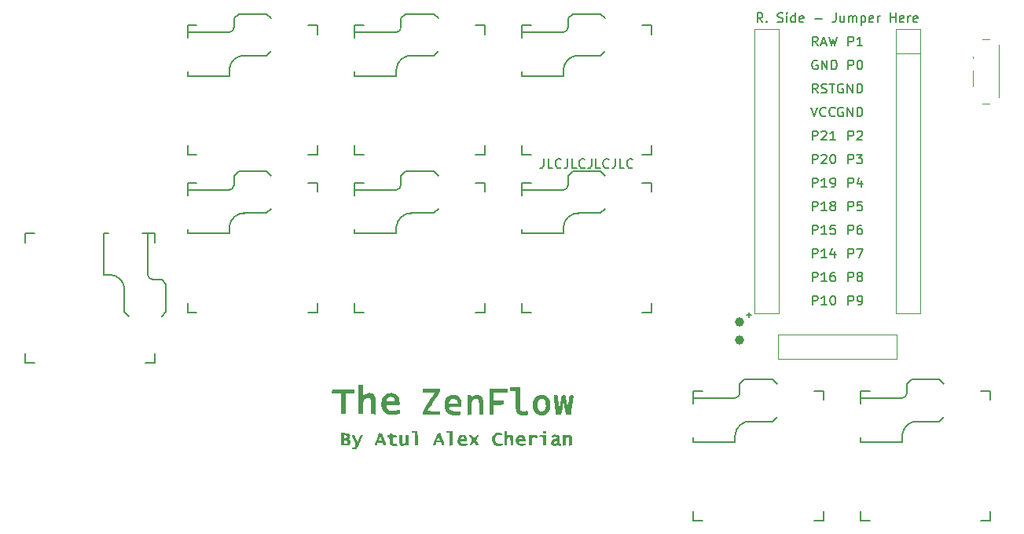
<source format=gbr>
%TF.GenerationSoftware,KiCad,Pcbnew,7.0.9*%
%TF.CreationDate,2024-03-07T17:23:47+01:00*%
%TF.ProjectId,zenFlow,7a656e46-6c6f-4772-9e6b-696361645f70,1*%
%TF.SameCoordinates,Original*%
%TF.FileFunction,Legend,Top*%
%TF.FilePolarity,Positive*%
%FSLAX46Y46*%
G04 Gerber Fmt 4.6, Leading zero omitted, Abs format (unit mm)*
G04 Created by KiCad (PCBNEW 7.0.9) date 2024-03-07 17:23:47*
%MOMM*%
%LPD*%
G01*
G04 APERTURE LIST*
%ADD10C,0.150000*%
%ADD11C,0.120000*%
%ADD12C,1.000000*%
G04 APERTURE END LIST*
D10*
X203880951Y-137504819D02*
X203880951Y-138219104D01*
X203880951Y-138219104D02*
X203833332Y-138361961D01*
X203833332Y-138361961D02*
X203738094Y-138457200D01*
X203738094Y-138457200D02*
X203595237Y-138504819D01*
X203595237Y-138504819D02*
X203499999Y-138504819D01*
X204833332Y-138504819D02*
X204357142Y-138504819D01*
X204357142Y-138504819D02*
X204357142Y-137504819D01*
X205738094Y-138409580D02*
X205690475Y-138457200D01*
X205690475Y-138457200D02*
X205547618Y-138504819D01*
X205547618Y-138504819D02*
X205452380Y-138504819D01*
X205452380Y-138504819D02*
X205309523Y-138457200D01*
X205309523Y-138457200D02*
X205214285Y-138361961D01*
X205214285Y-138361961D02*
X205166666Y-138266723D01*
X205166666Y-138266723D02*
X205119047Y-138076247D01*
X205119047Y-138076247D02*
X205119047Y-137933390D01*
X205119047Y-137933390D02*
X205166666Y-137742914D01*
X205166666Y-137742914D02*
X205214285Y-137647676D01*
X205214285Y-137647676D02*
X205309523Y-137552438D01*
X205309523Y-137552438D02*
X205452380Y-137504819D01*
X205452380Y-137504819D02*
X205547618Y-137504819D01*
X205547618Y-137504819D02*
X205690475Y-137552438D01*
X205690475Y-137552438D02*
X205738094Y-137600057D01*
X206452380Y-137504819D02*
X206452380Y-138219104D01*
X206452380Y-138219104D02*
X206404761Y-138361961D01*
X206404761Y-138361961D02*
X206309523Y-138457200D01*
X206309523Y-138457200D02*
X206166666Y-138504819D01*
X206166666Y-138504819D02*
X206071428Y-138504819D01*
X207404761Y-138504819D02*
X206928571Y-138504819D01*
X206928571Y-138504819D02*
X206928571Y-137504819D01*
X208309523Y-138409580D02*
X208261904Y-138457200D01*
X208261904Y-138457200D02*
X208119047Y-138504819D01*
X208119047Y-138504819D02*
X208023809Y-138504819D01*
X208023809Y-138504819D02*
X207880952Y-138457200D01*
X207880952Y-138457200D02*
X207785714Y-138361961D01*
X207785714Y-138361961D02*
X207738095Y-138266723D01*
X207738095Y-138266723D02*
X207690476Y-138076247D01*
X207690476Y-138076247D02*
X207690476Y-137933390D01*
X207690476Y-137933390D02*
X207738095Y-137742914D01*
X207738095Y-137742914D02*
X207785714Y-137647676D01*
X207785714Y-137647676D02*
X207880952Y-137552438D01*
X207880952Y-137552438D02*
X208023809Y-137504819D01*
X208023809Y-137504819D02*
X208119047Y-137504819D01*
X208119047Y-137504819D02*
X208261904Y-137552438D01*
X208261904Y-137552438D02*
X208309523Y-137600057D01*
X209023809Y-137504819D02*
X209023809Y-138219104D01*
X209023809Y-138219104D02*
X208976190Y-138361961D01*
X208976190Y-138361961D02*
X208880952Y-138457200D01*
X208880952Y-138457200D02*
X208738095Y-138504819D01*
X208738095Y-138504819D02*
X208642857Y-138504819D01*
X209976190Y-138504819D02*
X209500000Y-138504819D01*
X209500000Y-138504819D02*
X209500000Y-137504819D01*
X210880952Y-138409580D02*
X210833333Y-138457200D01*
X210833333Y-138457200D02*
X210690476Y-138504819D01*
X210690476Y-138504819D02*
X210595238Y-138504819D01*
X210595238Y-138504819D02*
X210452381Y-138457200D01*
X210452381Y-138457200D02*
X210357143Y-138361961D01*
X210357143Y-138361961D02*
X210309524Y-138266723D01*
X210309524Y-138266723D02*
X210261905Y-138076247D01*
X210261905Y-138076247D02*
X210261905Y-137933390D01*
X210261905Y-137933390D02*
X210309524Y-137742914D01*
X210309524Y-137742914D02*
X210357143Y-137647676D01*
X210357143Y-137647676D02*
X210452381Y-137552438D01*
X210452381Y-137552438D02*
X210595238Y-137504819D01*
X210595238Y-137504819D02*
X210690476Y-137504819D01*
X210690476Y-137504819D02*
X210833333Y-137552438D01*
X210833333Y-137552438D02*
X210880952Y-137600057D01*
X211595238Y-137504819D02*
X211595238Y-138219104D01*
X211595238Y-138219104D02*
X211547619Y-138361961D01*
X211547619Y-138361961D02*
X211452381Y-138457200D01*
X211452381Y-138457200D02*
X211309524Y-138504819D01*
X211309524Y-138504819D02*
X211214286Y-138504819D01*
X212547619Y-138504819D02*
X212071429Y-138504819D01*
X212071429Y-138504819D02*
X212071429Y-137504819D01*
X213452381Y-138409580D02*
X213404762Y-138457200D01*
X213404762Y-138457200D02*
X213261905Y-138504819D01*
X213261905Y-138504819D02*
X213166667Y-138504819D01*
X213166667Y-138504819D02*
X213023810Y-138457200D01*
X213023810Y-138457200D02*
X212928572Y-138361961D01*
X212928572Y-138361961D02*
X212880953Y-138266723D01*
X212880953Y-138266723D02*
X212833334Y-138076247D01*
X212833334Y-138076247D02*
X212833334Y-137933390D01*
X212833334Y-137933390D02*
X212880953Y-137742914D01*
X212880953Y-137742914D02*
X212928572Y-137647676D01*
X212928572Y-137647676D02*
X213023810Y-137552438D01*
X213023810Y-137552438D02*
X213166667Y-137504819D01*
X213166667Y-137504819D02*
X213261905Y-137504819D01*
X213261905Y-137504819D02*
X213404762Y-137552438D01*
X213404762Y-137552438D02*
X213452381Y-137600057D01*
X233408207Y-125314819D02*
X233074874Y-124838628D01*
X232836779Y-125314819D02*
X232836779Y-124314819D01*
X232836779Y-124314819D02*
X233217731Y-124314819D01*
X233217731Y-124314819D02*
X233312969Y-124362438D01*
X233312969Y-124362438D02*
X233360588Y-124410057D01*
X233360588Y-124410057D02*
X233408207Y-124505295D01*
X233408207Y-124505295D02*
X233408207Y-124648152D01*
X233408207Y-124648152D02*
X233360588Y-124743390D01*
X233360588Y-124743390D02*
X233312969Y-124791009D01*
X233312969Y-124791009D02*
X233217731Y-124838628D01*
X233217731Y-124838628D02*
X232836779Y-124838628D01*
X233789160Y-125029104D02*
X234265350Y-125029104D01*
X233693922Y-125314819D02*
X234027255Y-124314819D01*
X234027255Y-124314819D02*
X234360588Y-125314819D01*
X234598684Y-124314819D02*
X234836779Y-125314819D01*
X234836779Y-125314819D02*
X235027255Y-124600533D01*
X235027255Y-124600533D02*
X235217731Y-125314819D01*
X235217731Y-125314819D02*
X235455827Y-124314819D01*
X236687030Y-125314819D02*
X236687030Y-124314819D01*
X236687030Y-124314819D02*
X237067982Y-124314819D01*
X237067982Y-124314819D02*
X237163220Y-124362438D01*
X237163220Y-124362438D02*
X237210839Y-124410057D01*
X237210839Y-124410057D02*
X237258458Y-124505295D01*
X237258458Y-124505295D02*
X237258458Y-124648152D01*
X237258458Y-124648152D02*
X237210839Y-124743390D01*
X237210839Y-124743390D02*
X237163220Y-124791009D01*
X237163220Y-124791009D02*
X237067982Y-124838628D01*
X237067982Y-124838628D02*
X236687030Y-124838628D01*
X238210839Y-125314819D02*
X237639411Y-125314819D01*
X237925125Y-125314819D02*
X237925125Y-124314819D01*
X237925125Y-124314819D02*
X237829887Y-124457676D01*
X237829887Y-124457676D02*
X237734649Y-124552914D01*
X237734649Y-124552914D02*
X237639411Y-124600533D01*
X233360588Y-126902438D02*
X233265350Y-126854819D01*
X233265350Y-126854819D02*
X233122493Y-126854819D01*
X233122493Y-126854819D02*
X232979636Y-126902438D01*
X232979636Y-126902438D02*
X232884398Y-126997676D01*
X232884398Y-126997676D02*
X232836779Y-127092914D01*
X232836779Y-127092914D02*
X232789160Y-127283390D01*
X232789160Y-127283390D02*
X232789160Y-127426247D01*
X232789160Y-127426247D02*
X232836779Y-127616723D01*
X232836779Y-127616723D02*
X232884398Y-127711961D01*
X232884398Y-127711961D02*
X232979636Y-127807200D01*
X232979636Y-127807200D02*
X233122493Y-127854819D01*
X233122493Y-127854819D02*
X233217731Y-127854819D01*
X233217731Y-127854819D02*
X233360588Y-127807200D01*
X233360588Y-127807200D02*
X233408207Y-127759580D01*
X233408207Y-127759580D02*
X233408207Y-127426247D01*
X233408207Y-127426247D02*
X233217731Y-127426247D01*
X233836779Y-127854819D02*
X233836779Y-126854819D01*
X233836779Y-126854819D02*
X234408207Y-127854819D01*
X234408207Y-127854819D02*
X234408207Y-126854819D01*
X234884398Y-127854819D02*
X234884398Y-126854819D01*
X234884398Y-126854819D02*
X235122493Y-126854819D01*
X235122493Y-126854819D02*
X235265350Y-126902438D01*
X235265350Y-126902438D02*
X235360588Y-126997676D01*
X235360588Y-126997676D02*
X235408207Y-127092914D01*
X235408207Y-127092914D02*
X235455826Y-127283390D01*
X235455826Y-127283390D02*
X235455826Y-127426247D01*
X235455826Y-127426247D02*
X235408207Y-127616723D01*
X235408207Y-127616723D02*
X235360588Y-127711961D01*
X235360588Y-127711961D02*
X235265350Y-127807200D01*
X235265350Y-127807200D02*
X235122493Y-127854819D01*
X235122493Y-127854819D02*
X234884398Y-127854819D01*
X236687030Y-127854819D02*
X236687030Y-126854819D01*
X236687030Y-126854819D02*
X237067982Y-126854819D01*
X237067982Y-126854819D02*
X237163220Y-126902438D01*
X237163220Y-126902438D02*
X237210839Y-126950057D01*
X237210839Y-126950057D02*
X237258458Y-127045295D01*
X237258458Y-127045295D02*
X237258458Y-127188152D01*
X237258458Y-127188152D02*
X237210839Y-127283390D01*
X237210839Y-127283390D02*
X237163220Y-127331009D01*
X237163220Y-127331009D02*
X237067982Y-127378628D01*
X237067982Y-127378628D02*
X236687030Y-127378628D01*
X237877506Y-126854819D02*
X237972744Y-126854819D01*
X237972744Y-126854819D02*
X238067982Y-126902438D01*
X238067982Y-126902438D02*
X238115601Y-126950057D01*
X238115601Y-126950057D02*
X238163220Y-127045295D01*
X238163220Y-127045295D02*
X238210839Y-127235771D01*
X238210839Y-127235771D02*
X238210839Y-127473866D01*
X238210839Y-127473866D02*
X238163220Y-127664342D01*
X238163220Y-127664342D02*
X238115601Y-127759580D01*
X238115601Y-127759580D02*
X238067982Y-127807200D01*
X238067982Y-127807200D02*
X237972744Y-127854819D01*
X237972744Y-127854819D02*
X237877506Y-127854819D01*
X237877506Y-127854819D02*
X237782268Y-127807200D01*
X237782268Y-127807200D02*
X237734649Y-127759580D01*
X237734649Y-127759580D02*
X237687030Y-127664342D01*
X237687030Y-127664342D02*
X237639411Y-127473866D01*
X237639411Y-127473866D02*
X237639411Y-127235771D01*
X237639411Y-127235771D02*
X237687030Y-127045295D01*
X237687030Y-127045295D02*
X237734649Y-126950057D01*
X237734649Y-126950057D02*
X237782268Y-126902438D01*
X237782268Y-126902438D02*
X237877506Y-126854819D01*
X233408207Y-130394819D02*
X233074874Y-129918628D01*
X232836779Y-130394819D02*
X232836779Y-129394819D01*
X232836779Y-129394819D02*
X233217731Y-129394819D01*
X233217731Y-129394819D02*
X233312969Y-129442438D01*
X233312969Y-129442438D02*
X233360588Y-129490057D01*
X233360588Y-129490057D02*
X233408207Y-129585295D01*
X233408207Y-129585295D02*
X233408207Y-129728152D01*
X233408207Y-129728152D02*
X233360588Y-129823390D01*
X233360588Y-129823390D02*
X233312969Y-129871009D01*
X233312969Y-129871009D02*
X233217731Y-129918628D01*
X233217731Y-129918628D02*
X232836779Y-129918628D01*
X233789160Y-130347200D02*
X233932017Y-130394819D01*
X233932017Y-130394819D02*
X234170112Y-130394819D01*
X234170112Y-130394819D02*
X234265350Y-130347200D01*
X234265350Y-130347200D02*
X234312969Y-130299580D01*
X234312969Y-130299580D02*
X234360588Y-130204342D01*
X234360588Y-130204342D02*
X234360588Y-130109104D01*
X234360588Y-130109104D02*
X234312969Y-130013866D01*
X234312969Y-130013866D02*
X234265350Y-129966247D01*
X234265350Y-129966247D02*
X234170112Y-129918628D01*
X234170112Y-129918628D02*
X233979636Y-129871009D01*
X233979636Y-129871009D02*
X233884398Y-129823390D01*
X233884398Y-129823390D02*
X233836779Y-129775771D01*
X233836779Y-129775771D02*
X233789160Y-129680533D01*
X233789160Y-129680533D02*
X233789160Y-129585295D01*
X233789160Y-129585295D02*
X233836779Y-129490057D01*
X233836779Y-129490057D02*
X233884398Y-129442438D01*
X233884398Y-129442438D02*
X233979636Y-129394819D01*
X233979636Y-129394819D02*
X234217731Y-129394819D01*
X234217731Y-129394819D02*
X234360588Y-129442438D01*
X234646303Y-129394819D02*
X235217731Y-129394819D01*
X234932017Y-130394819D02*
X234932017Y-129394819D01*
X236115601Y-129442438D02*
X236020363Y-129394819D01*
X236020363Y-129394819D02*
X235877506Y-129394819D01*
X235877506Y-129394819D02*
X235734649Y-129442438D01*
X235734649Y-129442438D02*
X235639411Y-129537676D01*
X235639411Y-129537676D02*
X235591792Y-129632914D01*
X235591792Y-129632914D02*
X235544173Y-129823390D01*
X235544173Y-129823390D02*
X235544173Y-129966247D01*
X235544173Y-129966247D02*
X235591792Y-130156723D01*
X235591792Y-130156723D02*
X235639411Y-130251961D01*
X235639411Y-130251961D02*
X235734649Y-130347200D01*
X235734649Y-130347200D02*
X235877506Y-130394819D01*
X235877506Y-130394819D02*
X235972744Y-130394819D01*
X235972744Y-130394819D02*
X236115601Y-130347200D01*
X236115601Y-130347200D02*
X236163220Y-130299580D01*
X236163220Y-130299580D02*
X236163220Y-129966247D01*
X236163220Y-129966247D02*
X235972744Y-129966247D01*
X236591792Y-130394819D02*
X236591792Y-129394819D01*
X236591792Y-129394819D02*
X237163220Y-130394819D01*
X237163220Y-130394819D02*
X237163220Y-129394819D01*
X237639411Y-130394819D02*
X237639411Y-129394819D01*
X237639411Y-129394819D02*
X237877506Y-129394819D01*
X237877506Y-129394819D02*
X238020363Y-129442438D01*
X238020363Y-129442438D02*
X238115601Y-129537676D01*
X238115601Y-129537676D02*
X238163220Y-129632914D01*
X238163220Y-129632914D02*
X238210839Y-129823390D01*
X238210839Y-129823390D02*
X238210839Y-129966247D01*
X238210839Y-129966247D02*
X238163220Y-130156723D01*
X238163220Y-130156723D02*
X238115601Y-130251961D01*
X238115601Y-130251961D02*
X238020363Y-130347200D01*
X238020363Y-130347200D02*
X237877506Y-130394819D01*
X237877506Y-130394819D02*
X237639411Y-130394819D01*
X232693922Y-131934819D02*
X233027255Y-132934819D01*
X233027255Y-132934819D02*
X233360588Y-131934819D01*
X234265350Y-132839580D02*
X234217731Y-132887200D01*
X234217731Y-132887200D02*
X234074874Y-132934819D01*
X234074874Y-132934819D02*
X233979636Y-132934819D01*
X233979636Y-132934819D02*
X233836779Y-132887200D01*
X233836779Y-132887200D02*
X233741541Y-132791961D01*
X233741541Y-132791961D02*
X233693922Y-132696723D01*
X233693922Y-132696723D02*
X233646303Y-132506247D01*
X233646303Y-132506247D02*
X233646303Y-132363390D01*
X233646303Y-132363390D02*
X233693922Y-132172914D01*
X233693922Y-132172914D02*
X233741541Y-132077676D01*
X233741541Y-132077676D02*
X233836779Y-131982438D01*
X233836779Y-131982438D02*
X233979636Y-131934819D01*
X233979636Y-131934819D02*
X234074874Y-131934819D01*
X234074874Y-131934819D02*
X234217731Y-131982438D01*
X234217731Y-131982438D02*
X234265350Y-132030057D01*
X235265350Y-132839580D02*
X235217731Y-132887200D01*
X235217731Y-132887200D02*
X235074874Y-132934819D01*
X235074874Y-132934819D02*
X234979636Y-132934819D01*
X234979636Y-132934819D02*
X234836779Y-132887200D01*
X234836779Y-132887200D02*
X234741541Y-132791961D01*
X234741541Y-132791961D02*
X234693922Y-132696723D01*
X234693922Y-132696723D02*
X234646303Y-132506247D01*
X234646303Y-132506247D02*
X234646303Y-132363390D01*
X234646303Y-132363390D02*
X234693922Y-132172914D01*
X234693922Y-132172914D02*
X234741541Y-132077676D01*
X234741541Y-132077676D02*
X234836779Y-131982438D01*
X234836779Y-131982438D02*
X234979636Y-131934819D01*
X234979636Y-131934819D02*
X235074874Y-131934819D01*
X235074874Y-131934819D02*
X235217731Y-131982438D01*
X235217731Y-131982438D02*
X235265350Y-132030057D01*
X236115601Y-131982438D02*
X236020363Y-131934819D01*
X236020363Y-131934819D02*
X235877506Y-131934819D01*
X235877506Y-131934819D02*
X235734649Y-131982438D01*
X235734649Y-131982438D02*
X235639411Y-132077676D01*
X235639411Y-132077676D02*
X235591792Y-132172914D01*
X235591792Y-132172914D02*
X235544173Y-132363390D01*
X235544173Y-132363390D02*
X235544173Y-132506247D01*
X235544173Y-132506247D02*
X235591792Y-132696723D01*
X235591792Y-132696723D02*
X235639411Y-132791961D01*
X235639411Y-132791961D02*
X235734649Y-132887200D01*
X235734649Y-132887200D02*
X235877506Y-132934819D01*
X235877506Y-132934819D02*
X235972744Y-132934819D01*
X235972744Y-132934819D02*
X236115601Y-132887200D01*
X236115601Y-132887200D02*
X236163220Y-132839580D01*
X236163220Y-132839580D02*
X236163220Y-132506247D01*
X236163220Y-132506247D02*
X235972744Y-132506247D01*
X236591792Y-132934819D02*
X236591792Y-131934819D01*
X236591792Y-131934819D02*
X237163220Y-132934819D01*
X237163220Y-132934819D02*
X237163220Y-131934819D01*
X237639411Y-132934819D02*
X237639411Y-131934819D01*
X237639411Y-131934819D02*
X237877506Y-131934819D01*
X237877506Y-131934819D02*
X238020363Y-131982438D01*
X238020363Y-131982438D02*
X238115601Y-132077676D01*
X238115601Y-132077676D02*
X238163220Y-132172914D01*
X238163220Y-132172914D02*
X238210839Y-132363390D01*
X238210839Y-132363390D02*
X238210839Y-132506247D01*
X238210839Y-132506247D02*
X238163220Y-132696723D01*
X238163220Y-132696723D02*
X238115601Y-132791961D01*
X238115601Y-132791961D02*
X238020363Y-132887200D01*
X238020363Y-132887200D02*
X237877506Y-132934819D01*
X237877506Y-132934819D02*
X237639411Y-132934819D01*
X232836779Y-135474819D02*
X232836779Y-134474819D01*
X232836779Y-134474819D02*
X233217731Y-134474819D01*
X233217731Y-134474819D02*
X233312969Y-134522438D01*
X233312969Y-134522438D02*
X233360588Y-134570057D01*
X233360588Y-134570057D02*
X233408207Y-134665295D01*
X233408207Y-134665295D02*
X233408207Y-134808152D01*
X233408207Y-134808152D02*
X233360588Y-134903390D01*
X233360588Y-134903390D02*
X233312969Y-134951009D01*
X233312969Y-134951009D02*
X233217731Y-134998628D01*
X233217731Y-134998628D02*
X232836779Y-134998628D01*
X233789160Y-134570057D02*
X233836779Y-134522438D01*
X233836779Y-134522438D02*
X233932017Y-134474819D01*
X233932017Y-134474819D02*
X234170112Y-134474819D01*
X234170112Y-134474819D02*
X234265350Y-134522438D01*
X234265350Y-134522438D02*
X234312969Y-134570057D01*
X234312969Y-134570057D02*
X234360588Y-134665295D01*
X234360588Y-134665295D02*
X234360588Y-134760533D01*
X234360588Y-134760533D02*
X234312969Y-134903390D01*
X234312969Y-134903390D02*
X233741541Y-135474819D01*
X233741541Y-135474819D02*
X234360588Y-135474819D01*
X235312969Y-135474819D02*
X234741541Y-135474819D01*
X235027255Y-135474819D02*
X235027255Y-134474819D01*
X235027255Y-134474819D02*
X234932017Y-134617676D01*
X234932017Y-134617676D02*
X234836779Y-134712914D01*
X234836779Y-134712914D02*
X234741541Y-134760533D01*
X236687030Y-135474819D02*
X236687030Y-134474819D01*
X236687030Y-134474819D02*
X237067982Y-134474819D01*
X237067982Y-134474819D02*
X237163220Y-134522438D01*
X237163220Y-134522438D02*
X237210839Y-134570057D01*
X237210839Y-134570057D02*
X237258458Y-134665295D01*
X237258458Y-134665295D02*
X237258458Y-134808152D01*
X237258458Y-134808152D02*
X237210839Y-134903390D01*
X237210839Y-134903390D02*
X237163220Y-134951009D01*
X237163220Y-134951009D02*
X237067982Y-134998628D01*
X237067982Y-134998628D02*
X236687030Y-134998628D01*
X237639411Y-134570057D02*
X237687030Y-134522438D01*
X237687030Y-134522438D02*
X237782268Y-134474819D01*
X237782268Y-134474819D02*
X238020363Y-134474819D01*
X238020363Y-134474819D02*
X238115601Y-134522438D01*
X238115601Y-134522438D02*
X238163220Y-134570057D01*
X238163220Y-134570057D02*
X238210839Y-134665295D01*
X238210839Y-134665295D02*
X238210839Y-134760533D01*
X238210839Y-134760533D02*
X238163220Y-134903390D01*
X238163220Y-134903390D02*
X237591792Y-135474819D01*
X237591792Y-135474819D02*
X238210839Y-135474819D01*
X232836779Y-138014819D02*
X232836779Y-137014819D01*
X232836779Y-137014819D02*
X233217731Y-137014819D01*
X233217731Y-137014819D02*
X233312969Y-137062438D01*
X233312969Y-137062438D02*
X233360588Y-137110057D01*
X233360588Y-137110057D02*
X233408207Y-137205295D01*
X233408207Y-137205295D02*
X233408207Y-137348152D01*
X233408207Y-137348152D02*
X233360588Y-137443390D01*
X233360588Y-137443390D02*
X233312969Y-137491009D01*
X233312969Y-137491009D02*
X233217731Y-137538628D01*
X233217731Y-137538628D02*
X232836779Y-137538628D01*
X233789160Y-137110057D02*
X233836779Y-137062438D01*
X233836779Y-137062438D02*
X233932017Y-137014819D01*
X233932017Y-137014819D02*
X234170112Y-137014819D01*
X234170112Y-137014819D02*
X234265350Y-137062438D01*
X234265350Y-137062438D02*
X234312969Y-137110057D01*
X234312969Y-137110057D02*
X234360588Y-137205295D01*
X234360588Y-137205295D02*
X234360588Y-137300533D01*
X234360588Y-137300533D02*
X234312969Y-137443390D01*
X234312969Y-137443390D02*
X233741541Y-138014819D01*
X233741541Y-138014819D02*
X234360588Y-138014819D01*
X234979636Y-137014819D02*
X235074874Y-137014819D01*
X235074874Y-137014819D02*
X235170112Y-137062438D01*
X235170112Y-137062438D02*
X235217731Y-137110057D01*
X235217731Y-137110057D02*
X235265350Y-137205295D01*
X235265350Y-137205295D02*
X235312969Y-137395771D01*
X235312969Y-137395771D02*
X235312969Y-137633866D01*
X235312969Y-137633866D02*
X235265350Y-137824342D01*
X235265350Y-137824342D02*
X235217731Y-137919580D01*
X235217731Y-137919580D02*
X235170112Y-137967200D01*
X235170112Y-137967200D02*
X235074874Y-138014819D01*
X235074874Y-138014819D02*
X234979636Y-138014819D01*
X234979636Y-138014819D02*
X234884398Y-137967200D01*
X234884398Y-137967200D02*
X234836779Y-137919580D01*
X234836779Y-137919580D02*
X234789160Y-137824342D01*
X234789160Y-137824342D02*
X234741541Y-137633866D01*
X234741541Y-137633866D02*
X234741541Y-137395771D01*
X234741541Y-137395771D02*
X234789160Y-137205295D01*
X234789160Y-137205295D02*
X234836779Y-137110057D01*
X234836779Y-137110057D02*
X234884398Y-137062438D01*
X234884398Y-137062438D02*
X234979636Y-137014819D01*
X236687030Y-138014819D02*
X236687030Y-137014819D01*
X236687030Y-137014819D02*
X237067982Y-137014819D01*
X237067982Y-137014819D02*
X237163220Y-137062438D01*
X237163220Y-137062438D02*
X237210839Y-137110057D01*
X237210839Y-137110057D02*
X237258458Y-137205295D01*
X237258458Y-137205295D02*
X237258458Y-137348152D01*
X237258458Y-137348152D02*
X237210839Y-137443390D01*
X237210839Y-137443390D02*
X237163220Y-137491009D01*
X237163220Y-137491009D02*
X237067982Y-137538628D01*
X237067982Y-137538628D02*
X236687030Y-137538628D01*
X237591792Y-137014819D02*
X238210839Y-137014819D01*
X238210839Y-137014819D02*
X237877506Y-137395771D01*
X237877506Y-137395771D02*
X238020363Y-137395771D01*
X238020363Y-137395771D02*
X238115601Y-137443390D01*
X238115601Y-137443390D02*
X238163220Y-137491009D01*
X238163220Y-137491009D02*
X238210839Y-137586247D01*
X238210839Y-137586247D02*
X238210839Y-137824342D01*
X238210839Y-137824342D02*
X238163220Y-137919580D01*
X238163220Y-137919580D02*
X238115601Y-137967200D01*
X238115601Y-137967200D02*
X238020363Y-138014819D01*
X238020363Y-138014819D02*
X237734649Y-138014819D01*
X237734649Y-138014819D02*
X237639411Y-137967200D01*
X237639411Y-137967200D02*
X237591792Y-137919580D01*
X232836779Y-140554819D02*
X232836779Y-139554819D01*
X232836779Y-139554819D02*
X233217731Y-139554819D01*
X233217731Y-139554819D02*
X233312969Y-139602438D01*
X233312969Y-139602438D02*
X233360588Y-139650057D01*
X233360588Y-139650057D02*
X233408207Y-139745295D01*
X233408207Y-139745295D02*
X233408207Y-139888152D01*
X233408207Y-139888152D02*
X233360588Y-139983390D01*
X233360588Y-139983390D02*
X233312969Y-140031009D01*
X233312969Y-140031009D02*
X233217731Y-140078628D01*
X233217731Y-140078628D02*
X232836779Y-140078628D01*
X234360588Y-140554819D02*
X233789160Y-140554819D01*
X234074874Y-140554819D02*
X234074874Y-139554819D01*
X234074874Y-139554819D02*
X233979636Y-139697676D01*
X233979636Y-139697676D02*
X233884398Y-139792914D01*
X233884398Y-139792914D02*
X233789160Y-139840533D01*
X234836779Y-140554819D02*
X235027255Y-140554819D01*
X235027255Y-140554819D02*
X235122493Y-140507200D01*
X235122493Y-140507200D02*
X235170112Y-140459580D01*
X235170112Y-140459580D02*
X235265350Y-140316723D01*
X235265350Y-140316723D02*
X235312969Y-140126247D01*
X235312969Y-140126247D02*
X235312969Y-139745295D01*
X235312969Y-139745295D02*
X235265350Y-139650057D01*
X235265350Y-139650057D02*
X235217731Y-139602438D01*
X235217731Y-139602438D02*
X235122493Y-139554819D01*
X235122493Y-139554819D02*
X234932017Y-139554819D01*
X234932017Y-139554819D02*
X234836779Y-139602438D01*
X234836779Y-139602438D02*
X234789160Y-139650057D01*
X234789160Y-139650057D02*
X234741541Y-139745295D01*
X234741541Y-139745295D02*
X234741541Y-139983390D01*
X234741541Y-139983390D02*
X234789160Y-140078628D01*
X234789160Y-140078628D02*
X234836779Y-140126247D01*
X234836779Y-140126247D02*
X234932017Y-140173866D01*
X234932017Y-140173866D02*
X235122493Y-140173866D01*
X235122493Y-140173866D02*
X235217731Y-140126247D01*
X235217731Y-140126247D02*
X235265350Y-140078628D01*
X235265350Y-140078628D02*
X235312969Y-139983390D01*
X236687030Y-140554819D02*
X236687030Y-139554819D01*
X236687030Y-139554819D02*
X237067982Y-139554819D01*
X237067982Y-139554819D02*
X237163220Y-139602438D01*
X237163220Y-139602438D02*
X237210839Y-139650057D01*
X237210839Y-139650057D02*
X237258458Y-139745295D01*
X237258458Y-139745295D02*
X237258458Y-139888152D01*
X237258458Y-139888152D02*
X237210839Y-139983390D01*
X237210839Y-139983390D02*
X237163220Y-140031009D01*
X237163220Y-140031009D02*
X237067982Y-140078628D01*
X237067982Y-140078628D02*
X236687030Y-140078628D01*
X238115601Y-139888152D02*
X238115601Y-140554819D01*
X237877506Y-139507200D02*
X237639411Y-140221485D01*
X237639411Y-140221485D02*
X238258458Y-140221485D01*
X232836779Y-143094819D02*
X232836779Y-142094819D01*
X232836779Y-142094819D02*
X233217731Y-142094819D01*
X233217731Y-142094819D02*
X233312969Y-142142438D01*
X233312969Y-142142438D02*
X233360588Y-142190057D01*
X233360588Y-142190057D02*
X233408207Y-142285295D01*
X233408207Y-142285295D02*
X233408207Y-142428152D01*
X233408207Y-142428152D02*
X233360588Y-142523390D01*
X233360588Y-142523390D02*
X233312969Y-142571009D01*
X233312969Y-142571009D02*
X233217731Y-142618628D01*
X233217731Y-142618628D02*
X232836779Y-142618628D01*
X234360588Y-143094819D02*
X233789160Y-143094819D01*
X234074874Y-143094819D02*
X234074874Y-142094819D01*
X234074874Y-142094819D02*
X233979636Y-142237676D01*
X233979636Y-142237676D02*
X233884398Y-142332914D01*
X233884398Y-142332914D02*
X233789160Y-142380533D01*
X234932017Y-142523390D02*
X234836779Y-142475771D01*
X234836779Y-142475771D02*
X234789160Y-142428152D01*
X234789160Y-142428152D02*
X234741541Y-142332914D01*
X234741541Y-142332914D02*
X234741541Y-142285295D01*
X234741541Y-142285295D02*
X234789160Y-142190057D01*
X234789160Y-142190057D02*
X234836779Y-142142438D01*
X234836779Y-142142438D02*
X234932017Y-142094819D01*
X234932017Y-142094819D02*
X235122493Y-142094819D01*
X235122493Y-142094819D02*
X235217731Y-142142438D01*
X235217731Y-142142438D02*
X235265350Y-142190057D01*
X235265350Y-142190057D02*
X235312969Y-142285295D01*
X235312969Y-142285295D02*
X235312969Y-142332914D01*
X235312969Y-142332914D02*
X235265350Y-142428152D01*
X235265350Y-142428152D02*
X235217731Y-142475771D01*
X235217731Y-142475771D02*
X235122493Y-142523390D01*
X235122493Y-142523390D02*
X234932017Y-142523390D01*
X234932017Y-142523390D02*
X234836779Y-142571009D01*
X234836779Y-142571009D02*
X234789160Y-142618628D01*
X234789160Y-142618628D02*
X234741541Y-142713866D01*
X234741541Y-142713866D02*
X234741541Y-142904342D01*
X234741541Y-142904342D02*
X234789160Y-142999580D01*
X234789160Y-142999580D02*
X234836779Y-143047200D01*
X234836779Y-143047200D02*
X234932017Y-143094819D01*
X234932017Y-143094819D02*
X235122493Y-143094819D01*
X235122493Y-143094819D02*
X235217731Y-143047200D01*
X235217731Y-143047200D02*
X235265350Y-142999580D01*
X235265350Y-142999580D02*
X235312969Y-142904342D01*
X235312969Y-142904342D02*
X235312969Y-142713866D01*
X235312969Y-142713866D02*
X235265350Y-142618628D01*
X235265350Y-142618628D02*
X235217731Y-142571009D01*
X235217731Y-142571009D02*
X235122493Y-142523390D01*
X236687030Y-143094819D02*
X236687030Y-142094819D01*
X236687030Y-142094819D02*
X237067982Y-142094819D01*
X237067982Y-142094819D02*
X237163220Y-142142438D01*
X237163220Y-142142438D02*
X237210839Y-142190057D01*
X237210839Y-142190057D02*
X237258458Y-142285295D01*
X237258458Y-142285295D02*
X237258458Y-142428152D01*
X237258458Y-142428152D02*
X237210839Y-142523390D01*
X237210839Y-142523390D02*
X237163220Y-142571009D01*
X237163220Y-142571009D02*
X237067982Y-142618628D01*
X237067982Y-142618628D02*
X236687030Y-142618628D01*
X238163220Y-142094819D02*
X237687030Y-142094819D01*
X237687030Y-142094819D02*
X237639411Y-142571009D01*
X237639411Y-142571009D02*
X237687030Y-142523390D01*
X237687030Y-142523390D02*
X237782268Y-142475771D01*
X237782268Y-142475771D02*
X238020363Y-142475771D01*
X238020363Y-142475771D02*
X238115601Y-142523390D01*
X238115601Y-142523390D02*
X238163220Y-142571009D01*
X238163220Y-142571009D02*
X238210839Y-142666247D01*
X238210839Y-142666247D02*
X238210839Y-142904342D01*
X238210839Y-142904342D02*
X238163220Y-142999580D01*
X238163220Y-142999580D02*
X238115601Y-143047200D01*
X238115601Y-143047200D02*
X238020363Y-143094819D01*
X238020363Y-143094819D02*
X237782268Y-143094819D01*
X237782268Y-143094819D02*
X237687030Y-143047200D01*
X237687030Y-143047200D02*
X237639411Y-142999580D01*
X232836779Y-145634819D02*
X232836779Y-144634819D01*
X232836779Y-144634819D02*
X233217731Y-144634819D01*
X233217731Y-144634819D02*
X233312969Y-144682438D01*
X233312969Y-144682438D02*
X233360588Y-144730057D01*
X233360588Y-144730057D02*
X233408207Y-144825295D01*
X233408207Y-144825295D02*
X233408207Y-144968152D01*
X233408207Y-144968152D02*
X233360588Y-145063390D01*
X233360588Y-145063390D02*
X233312969Y-145111009D01*
X233312969Y-145111009D02*
X233217731Y-145158628D01*
X233217731Y-145158628D02*
X232836779Y-145158628D01*
X234360588Y-145634819D02*
X233789160Y-145634819D01*
X234074874Y-145634819D02*
X234074874Y-144634819D01*
X234074874Y-144634819D02*
X233979636Y-144777676D01*
X233979636Y-144777676D02*
X233884398Y-144872914D01*
X233884398Y-144872914D02*
X233789160Y-144920533D01*
X235265350Y-144634819D02*
X234789160Y-144634819D01*
X234789160Y-144634819D02*
X234741541Y-145111009D01*
X234741541Y-145111009D02*
X234789160Y-145063390D01*
X234789160Y-145063390D02*
X234884398Y-145015771D01*
X234884398Y-145015771D02*
X235122493Y-145015771D01*
X235122493Y-145015771D02*
X235217731Y-145063390D01*
X235217731Y-145063390D02*
X235265350Y-145111009D01*
X235265350Y-145111009D02*
X235312969Y-145206247D01*
X235312969Y-145206247D02*
X235312969Y-145444342D01*
X235312969Y-145444342D02*
X235265350Y-145539580D01*
X235265350Y-145539580D02*
X235217731Y-145587200D01*
X235217731Y-145587200D02*
X235122493Y-145634819D01*
X235122493Y-145634819D02*
X234884398Y-145634819D01*
X234884398Y-145634819D02*
X234789160Y-145587200D01*
X234789160Y-145587200D02*
X234741541Y-145539580D01*
X236687030Y-145634819D02*
X236687030Y-144634819D01*
X236687030Y-144634819D02*
X237067982Y-144634819D01*
X237067982Y-144634819D02*
X237163220Y-144682438D01*
X237163220Y-144682438D02*
X237210839Y-144730057D01*
X237210839Y-144730057D02*
X237258458Y-144825295D01*
X237258458Y-144825295D02*
X237258458Y-144968152D01*
X237258458Y-144968152D02*
X237210839Y-145063390D01*
X237210839Y-145063390D02*
X237163220Y-145111009D01*
X237163220Y-145111009D02*
X237067982Y-145158628D01*
X237067982Y-145158628D02*
X236687030Y-145158628D01*
X238115601Y-144634819D02*
X237925125Y-144634819D01*
X237925125Y-144634819D02*
X237829887Y-144682438D01*
X237829887Y-144682438D02*
X237782268Y-144730057D01*
X237782268Y-144730057D02*
X237687030Y-144872914D01*
X237687030Y-144872914D02*
X237639411Y-145063390D01*
X237639411Y-145063390D02*
X237639411Y-145444342D01*
X237639411Y-145444342D02*
X237687030Y-145539580D01*
X237687030Y-145539580D02*
X237734649Y-145587200D01*
X237734649Y-145587200D02*
X237829887Y-145634819D01*
X237829887Y-145634819D02*
X238020363Y-145634819D01*
X238020363Y-145634819D02*
X238115601Y-145587200D01*
X238115601Y-145587200D02*
X238163220Y-145539580D01*
X238163220Y-145539580D02*
X238210839Y-145444342D01*
X238210839Y-145444342D02*
X238210839Y-145206247D01*
X238210839Y-145206247D02*
X238163220Y-145111009D01*
X238163220Y-145111009D02*
X238115601Y-145063390D01*
X238115601Y-145063390D02*
X238020363Y-145015771D01*
X238020363Y-145015771D02*
X237829887Y-145015771D01*
X237829887Y-145015771D02*
X237734649Y-145063390D01*
X237734649Y-145063390D02*
X237687030Y-145111009D01*
X237687030Y-145111009D02*
X237639411Y-145206247D01*
X232836779Y-148174819D02*
X232836779Y-147174819D01*
X232836779Y-147174819D02*
X233217731Y-147174819D01*
X233217731Y-147174819D02*
X233312969Y-147222438D01*
X233312969Y-147222438D02*
X233360588Y-147270057D01*
X233360588Y-147270057D02*
X233408207Y-147365295D01*
X233408207Y-147365295D02*
X233408207Y-147508152D01*
X233408207Y-147508152D02*
X233360588Y-147603390D01*
X233360588Y-147603390D02*
X233312969Y-147651009D01*
X233312969Y-147651009D02*
X233217731Y-147698628D01*
X233217731Y-147698628D02*
X232836779Y-147698628D01*
X234360588Y-148174819D02*
X233789160Y-148174819D01*
X234074874Y-148174819D02*
X234074874Y-147174819D01*
X234074874Y-147174819D02*
X233979636Y-147317676D01*
X233979636Y-147317676D02*
X233884398Y-147412914D01*
X233884398Y-147412914D02*
X233789160Y-147460533D01*
X235217731Y-147508152D02*
X235217731Y-148174819D01*
X234979636Y-147127200D02*
X234741541Y-147841485D01*
X234741541Y-147841485D02*
X235360588Y-147841485D01*
X236687030Y-148174819D02*
X236687030Y-147174819D01*
X236687030Y-147174819D02*
X237067982Y-147174819D01*
X237067982Y-147174819D02*
X237163220Y-147222438D01*
X237163220Y-147222438D02*
X237210839Y-147270057D01*
X237210839Y-147270057D02*
X237258458Y-147365295D01*
X237258458Y-147365295D02*
X237258458Y-147508152D01*
X237258458Y-147508152D02*
X237210839Y-147603390D01*
X237210839Y-147603390D02*
X237163220Y-147651009D01*
X237163220Y-147651009D02*
X237067982Y-147698628D01*
X237067982Y-147698628D02*
X236687030Y-147698628D01*
X237591792Y-147174819D02*
X238258458Y-147174819D01*
X238258458Y-147174819D02*
X237829887Y-148174819D01*
X232836779Y-150714819D02*
X232836779Y-149714819D01*
X232836779Y-149714819D02*
X233217731Y-149714819D01*
X233217731Y-149714819D02*
X233312969Y-149762438D01*
X233312969Y-149762438D02*
X233360588Y-149810057D01*
X233360588Y-149810057D02*
X233408207Y-149905295D01*
X233408207Y-149905295D02*
X233408207Y-150048152D01*
X233408207Y-150048152D02*
X233360588Y-150143390D01*
X233360588Y-150143390D02*
X233312969Y-150191009D01*
X233312969Y-150191009D02*
X233217731Y-150238628D01*
X233217731Y-150238628D02*
X232836779Y-150238628D01*
X234360588Y-150714819D02*
X233789160Y-150714819D01*
X234074874Y-150714819D02*
X234074874Y-149714819D01*
X234074874Y-149714819D02*
X233979636Y-149857676D01*
X233979636Y-149857676D02*
X233884398Y-149952914D01*
X233884398Y-149952914D02*
X233789160Y-150000533D01*
X235217731Y-149714819D02*
X235027255Y-149714819D01*
X235027255Y-149714819D02*
X234932017Y-149762438D01*
X234932017Y-149762438D02*
X234884398Y-149810057D01*
X234884398Y-149810057D02*
X234789160Y-149952914D01*
X234789160Y-149952914D02*
X234741541Y-150143390D01*
X234741541Y-150143390D02*
X234741541Y-150524342D01*
X234741541Y-150524342D02*
X234789160Y-150619580D01*
X234789160Y-150619580D02*
X234836779Y-150667200D01*
X234836779Y-150667200D02*
X234932017Y-150714819D01*
X234932017Y-150714819D02*
X235122493Y-150714819D01*
X235122493Y-150714819D02*
X235217731Y-150667200D01*
X235217731Y-150667200D02*
X235265350Y-150619580D01*
X235265350Y-150619580D02*
X235312969Y-150524342D01*
X235312969Y-150524342D02*
X235312969Y-150286247D01*
X235312969Y-150286247D02*
X235265350Y-150191009D01*
X235265350Y-150191009D02*
X235217731Y-150143390D01*
X235217731Y-150143390D02*
X235122493Y-150095771D01*
X235122493Y-150095771D02*
X234932017Y-150095771D01*
X234932017Y-150095771D02*
X234836779Y-150143390D01*
X234836779Y-150143390D02*
X234789160Y-150191009D01*
X234789160Y-150191009D02*
X234741541Y-150286247D01*
X236687030Y-150714819D02*
X236687030Y-149714819D01*
X236687030Y-149714819D02*
X237067982Y-149714819D01*
X237067982Y-149714819D02*
X237163220Y-149762438D01*
X237163220Y-149762438D02*
X237210839Y-149810057D01*
X237210839Y-149810057D02*
X237258458Y-149905295D01*
X237258458Y-149905295D02*
X237258458Y-150048152D01*
X237258458Y-150048152D02*
X237210839Y-150143390D01*
X237210839Y-150143390D02*
X237163220Y-150191009D01*
X237163220Y-150191009D02*
X237067982Y-150238628D01*
X237067982Y-150238628D02*
X236687030Y-150238628D01*
X237829887Y-150143390D02*
X237734649Y-150095771D01*
X237734649Y-150095771D02*
X237687030Y-150048152D01*
X237687030Y-150048152D02*
X237639411Y-149952914D01*
X237639411Y-149952914D02*
X237639411Y-149905295D01*
X237639411Y-149905295D02*
X237687030Y-149810057D01*
X237687030Y-149810057D02*
X237734649Y-149762438D01*
X237734649Y-149762438D02*
X237829887Y-149714819D01*
X237829887Y-149714819D02*
X238020363Y-149714819D01*
X238020363Y-149714819D02*
X238115601Y-149762438D01*
X238115601Y-149762438D02*
X238163220Y-149810057D01*
X238163220Y-149810057D02*
X238210839Y-149905295D01*
X238210839Y-149905295D02*
X238210839Y-149952914D01*
X238210839Y-149952914D02*
X238163220Y-150048152D01*
X238163220Y-150048152D02*
X238115601Y-150095771D01*
X238115601Y-150095771D02*
X238020363Y-150143390D01*
X238020363Y-150143390D02*
X237829887Y-150143390D01*
X237829887Y-150143390D02*
X237734649Y-150191009D01*
X237734649Y-150191009D02*
X237687030Y-150238628D01*
X237687030Y-150238628D02*
X237639411Y-150333866D01*
X237639411Y-150333866D02*
X237639411Y-150524342D01*
X237639411Y-150524342D02*
X237687030Y-150619580D01*
X237687030Y-150619580D02*
X237734649Y-150667200D01*
X237734649Y-150667200D02*
X237829887Y-150714819D01*
X237829887Y-150714819D02*
X238020363Y-150714819D01*
X238020363Y-150714819D02*
X238115601Y-150667200D01*
X238115601Y-150667200D02*
X238163220Y-150619580D01*
X238163220Y-150619580D02*
X238210839Y-150524342D01*
X238210839Y-150524342D02*
X238210839Y-150333866D01*
X238210839Y-150333866D02*
X238163220Y-150238628D01*
X238163220Y-150238628D02*
X238115601Y-150191009D01*
X238115601Y-150191009D02*
X238020363Y-150143390D01*
X232836779Y-153254819D02*
X232836779Y-152254819D01*
X232836779Y-152254819D02*
X233217731Y-152254819D01*
X233217731Y-152254819D02*
X233312969Y-152302438D01*
X233312969Y-152302438D02*
X233360588Y-152350057D01*
X233360588Y-152350057D02*
X233408207Y-152445295D01*
X233408207Y-152445295D02*
X233408207Y-152588152D01*
X233408207Y-152588152D02*
X233360588Y-152683390D01*
X233360588Y-152683390D02*
X233312969Y-152731009D01*
X233312969Y-152731009D02*
X233217731Y-152778628D01*
X233217731Y-152778628D02*
X232836779Y-152778628D01*
X234360588Y-153254819D02*
X233789160Y-153254819D01*
X234074874Y-153254819D02*
X234074874Y-152254819D01*
X234074874Y-152254819D02*
X233979636Y-152397676D01*
X233979636Y-152397676D02*
X233884398Y-152492914D01*
X233884398Y-152492914D02*
X233789160Y-152540533D01*
X234979636Y-152254819D02*
X235074874Y-152254819D01*
X235074874Y-152254819D02*
X235170112Y-152302438D01*
X235170112Y-152302438D02*
X235217731Y-152350057D01*
X235217731Y-152350057D02*
X235265350Y-152445295D01*
X235265350Y-152445295D02*
X235312969Y-152635771D01*
X235312969Y-152635771D02*
X235312969Y-152873866D01*
X235312969Y-152873866D02*
X235265350Y-153064342D01*
X235265350Y-153064342D02*
X235217731Y-153159580D01*
X235217731Y-153159580D02*
X235170112Y-153207200D01*
X235170112Y-153207200D02*
X235074874Y-153254819D01*
X235074874Y-153254819D02*
X234979636Y-153254819D01*
X234979636Y-153254819D02*
X234884398Y-153207200D01*
X234884398Y-153207200D02*
X234836779Y-153159580D01*
X234836779Y-153159580D02*
X234789160Y-153064342D01*
X234789160Y-153064342D02*
X234741541Y-152873866D01*
X234741541Y-152873866D02*
X234741541Y-152635771D01*
X234741541Y-152635771D02*
X234789160Y-152445295D01*
X234789160Y-152445295D02*
X234836779Y-152350057D01*
X234836779Y-152350057D02*
X234884398Y-152302438D01*
X234884398Y-152302438D02*
X234979636Y-152254819D01*
X236687030Y-153254819D02*
X236687030Y-152254819D01*
X236687030Y-152254819D02*
X237067982Y-152254819D01*
X237067982Y-152254819D02*
X237163220Y-152302438D01*
X237163220Y-152302438D02*
X237210839Y-152350057D01*
X237210839Y-152350057D02*
X237258458Y-152445295D01*
X237258458Y-152445295D02*
X237258458Y-152588152D01*
X237258458Y-152588152D02*
X237210839Y-152683390D01*
X237210839Y-152683390D02*
X237163220Y-152731009D01*
X237163220Y-152731009D02*
X237067982Y-152778628D01*
X237067982Y-152778628D02*
X236687030Y-152778628D01*
X237734649Y-153254819D02*
X237925125Y-153254819D01*
X237925125Y-153254819D02*
X238020363Y-153207200D01*
X238020363Y-153207200D02*
X238067982Y-153159580D01*
X238067982Y-153159580D02*
X238163220Y-153016723D01*
X238163220Y-153016723D02*
X238210839Y-152826247D01*
X238210839Y-152826247D02*
X238210839Y-152445295D01*
X238210839Y-152445295D02*
X238163220Y-152350057D01*
X238163220Y-152350057D02*
X238115601Y-152302438D01*
X238115601Y-152302438D02*
X238020363Y-152254819D01*
X238020363Y-152254819D02*
X237829887Y-152254819D01*
X237829887Y-152254819D02*
X237734649Y-152302438D01*
X237734649Y-152302438D02*
X237687030Y-152350057D01*
X237687030Y-152350057D02*
X237639411Y-152445295D01*
X237639411Y-152445295D02*
X237639411Y-152683390D01*
X237639411Y-152683390D02*
X237687030Y-152778628D01*
X237687030Y-152778628D02*
X237734649Y-152826247D01*
X237734649Y-152826247D02*
X237829887Y-152873866D01*
X237829887Y-152873866D02*
X238020363Y-152873866D01*
X238020363Y-152873866D02*
X238115601Y-152826247D01*
X238115601Y-152826247D02*
X238163220Y-152778628D01*
X238163220Y-152778628D02*
X238210839Y-152683390D01*
X227452380Y-122769819D02*
X227119047Y-122293628D01*
X226880952Y-122769819D02*
X226880952Y-121769819D01*
X226880952Y-121769819D02*
X227261904Y-121769819D01*
X227261904Y-121769819D02*
X227357142Y-121817438D01*
X227357142Y-121817438D02*
X227404761Y-121865057D01*
X227404761Y-121865057D02*
X227452380Y-121960295D01*
X227452380Y-121960295D02*
X227452380Y-122103152D01*
X227452380Y-122103152D02*
X227404761Y-122198390D01*
X227404761Y-122198390D02*
X227357142Y-122246009D01*
X227357142Y-122246009D02*
X227261904Y-122293628D01*
X227261904Y-122293628D02*
X226880952Y-122293628D01*
X227880952Y-122674580D02*
X227928571Y-122722200D01*
X227928571Y-122722200D02*
X227880952Y-122769819D01*
X227880952Y-122769819D02*
X227833333Y-122722200D01*
X227833333Y-122722200D02*
X227880952Y-122674580D01*
X227880952Y-122674580D02*
X227880952Y-122769819D01*
X229071428Y-122722200D02*
X229214285Y-122769819D01*
X229214285Y-122769819D02*
X229452380Y-122769819D01*
X229452380Y-122769819D02*
X229547618Y-122722200D01*
X229547618Y-122722200D02*
X229595237Y-122674580D01*
X229595237Y-122674580D02*
X229642856Y-122579342D01*
X229642856Y-122579342D02*
X229642856Y-122484104D01*
X229642856Y-122484104D02*
X229595237Y-122388866D01*
X229595237Y-122388866D02*
X229547618Y-122341247D01*
X229547618Y-122341247D02*
X229452380Y-122293628D01*
X229452380Y-122293628D02*
X229261904Y-122246009D01*
X229261904Y-122246009D02*
X229166666Y-122198390D01*
X229166666Y-122198390D02*
X229119047Y-122150771D01*
X229119047Y-122150771D02*
X229071428Y-122055533D01*
X229071428Y-122055533D02*
X229071428Y-121960295D01*
X229071428Y-121960295D02*
X229119047Y-121865057D01*
X229119047Y-121865057D02*
X229166666Y-121817438D01*
X229166666Y-121817438D02*
X229261904Y-121769819D01*
X229261904Y-121769819D02*
X229499999Y-121769819D01*
X229499999Y-121769819D02*
X229642856Y-121817438D01*
X230071428Y-122769819D02*
X230071428Y-122103152D01*
X230071428Y-121769819D02*
X230023809Y-121817438D01*
X230023809Y-121817438D02*
X230071428Y-121865057D01*
X230071428Y-121865057D02*
X230119047Y-121817438D01*
X230119047Y-121817438D02*
X230071428Y-121769819D01*
X230071428Y-121769819D02*
X230071428Y-121865057D01*
X230976189Y-122769819D02*
X230976189Y-121769819D01*
X230976189Y-122722200D02*
X230880951Y-122769819D01*
X230880951Y-122769819D02*
X230690475Y-122769819D01*
X230690475Y-122769819D02*
X230595237Y-122722200D01*
X230595237Y-122722200D02*
X230547618Y-122674580D01*
X230547618Y-122674580D02*
X230499999Y-122579342D01*
X230499999Y-122579342D02*
X230499999Y-122293628D01*
X230499999Y-122293628D02*
X230547618Y-122198390D01*
X230547618Y-122198390D02*
X230595237Y-122150771D01*
X230595237Y-122150771D02*
X230690475Y-122103152D01*
X230690475Y-122103152D02*
X230880951Y-122103152D01*
X230880951Y-122103152D02*
X230976189Y-122150771D01*
X231833332Y-122722200D02*
X231738094Y-122769819D01*
X231738094Y-122769819D02*
X231547618Y-122769819D01*
X231547618Y-122769819D02*
X231452380Y-122722200D01*
X231452380Y-122722200D02*
X231404761Y-122626961D01*
X231404761Y-122626961D02*
X231404761Y-122246009D01*
X231404761Y-122246009D02*
X231452380Y-122150771D01*
X231452380Y-122150771D02*
X231547618Y-122103152D01*
X231547618Y-122103152D02*
X231738094Y-122103152D01*
X231738094Y-122103152D02*
X231833332Y-122150771D01*
X231833332Y-122150771D02*
X231880951Y-122246009D01*
X231880951Y-122246009D02*
X231880951Y-122341247D01*
X231880951Y-122341247D02*
X231404761Y-122436485D01*
X233071428Y-122388866D02*
X233833333Y-122388866D01*
X235357142Y-121769819D02*
X235357142Y-122484104D01*
X235357142Y-122484104D02*
X235309523Y-122626961D01*
X235309523Y-122626961D02*
X235214285Y-122722200D01*
X235214285Y-122722200D02*
X235071428Y-122769819D01*
X235071428Y-122769819D02*
X234976190Y-122769819D01*
X236261904Y-122103152D02*
X236261904Y-122769819D01*
X235833333Y-122103152D02*
X235833333Y-122626961D01*
X235833333Y-122626961D02*
X235880952Y-122722200D01*
X235880952Y-122722200D02*
X235976190Y-122769819D01*
X235976190Y-122769819D02*
X236119047Y-122769819D01*
X236119047Y-122769819D02*
X236214285Y-122722200D01*
X236214285Y-122722200D02*
X236261904Y-122674580D01*
X236738095Y-122769819D02*
X236738095Y-122103152D01*
X236738095Y-122198390D02*
X236785714Y-122150771D01*
X236785714Y-122150771D02*
X236880952Y-122103152D01*
X236880952Y-122103152D02*
X237023809Y-122103152D01*
X237023809Y-122103152D02*
X237119047Y-122150771D01*
X237119047Y-122150771D02*
X237166666Y-122246009D01*
X237166666Y-122246009D02*
X237166666Y-122769819D01*
X237166666Y-122246009D02*
X237214285Y-122150771D01*
X237214285Y-122150771D02*
X237309523Y-122103152D01*
X237309523Y-122103152D02*
X237452380Y-122103152D01*
X237452380Y-122103152D02*
X237547619Y-122150771D01*
X237547619Y-122150771D02*
X237595238Y-122246009D01*
X237595238Y-122246009D02*
X237595238Y-122769819D01*
X238071428Y-122103152D02*
X238071428Y-123103152D01*
X238071428Y-122150771D02*
X238166666Y-122103152D01*
X238166666Y-122103152D02*
X238357142Y-122103152D01*
X238357142Y-122103152D02*
X238452380Y-122150771D01*
X238452380Y-122150771D02*
X238499999Y-122198390D01*
X238499999Y-122198390D02*
X238547618Y-122293628D01*
X238547618Y-122293628D02*
X238547618Y-122579342D01*
X238547618Y-122579342D02*
X238499999Y-122674580D01*
X238499999Y-122674580D02*
X238452380Y-122722200D01*
X238452380Y-122722200D02*
X238357142Y-122769819D01*
X238357142Y-122769819D02*
X238166666Y-122769819D01*
X238166666Y-122769819D02*
X238071428Y-122722200D01*
X239357142Y-122722200D02*
X239261904Y-122769819D01*
X239261904Y-122769819D02*
X239071428Y-122769819D01*
X239071428Y-122769819D02*
X238976190Y-122722200D01*
X238976190Y-122722200D02*
X238928571Y-122626961D01*
X238928571Y-122626961D02*
X238928571Y-122246009D01*
X238928571Y-122246009D02*
X238976190Y-122150771D01*
X238976190Y-122150771D02*
X239071428Y-122103152D01*
X239071428Y-122103152D02*
X239261904Y-122103152D01*
X239261904Y-122103152D02*
X239357142Y-122150771D01*
X239357142Y-122150771D02*
X239404761Y-122246009D01*
X239404761Y-122246009D02*
X239404761Y-122341247D01*
X239404761Y-122341247D02*
X238928571Y-122436485D01*
X239833333Y-122769819D02*
X239833333Y-122103152D01*
X239833333Y-122293628D02*
X239880952Y-122198390D01*
X239880952Y-122198390D02*
X239928571Y-122150771D01*
X239928571Y-122150771D02*
X240023809Y-122103152D01*
X240023809Y-122103152D02*
X240119047Y-122103152D01*
X241214286Y-122769819D02*
X241214286Y-121769819D01*
X241214286Y-122246009D02*
X241785714Y-122246009D01*
X241785714Y-122769819D02*
X241785714Y-121769819D01*
X242642857Y-122722200D02*
X242547619Y-122769819D01*
X242547619Y-122769819D02*
X242357143Y-122769819D01*
X242357143Y-122769819D02*
X242261905Y-122722200D01*
X242261905Y-122722200D02*
X242214286Y-122626961D01*
X242214286Y-122626961D02*
X242214286Y-122246009D01*
X242214286Y-122246009D02*
X242261905Y-122150771D01*
X242261905Y-122150771D02*
X242357143Y-122103152D01*
X242357143Y-122103152D02*
X242547619Y-122103152D01*
X242547619Y-122103152D02*
X242642857Y-122150771D01*
X242642857Y-122150771D02*
X242690476Y-122246009D01*
X242690476Y-122246009D02*
X242690476Y-122341247D01*
X242690476Y-122341247D02*
X242214286Y-122436485D01*
X243119048Y-122769819D02*
X243119048Y-122103152D01*
X243119048Y-122293628D02*
X243166667Y-122198390D01*
X243166667Y-122198390D02*
X243214286Y-122150771D01*
X243214286Y-122150771D02*
X243309524Y-122103152D01*
X243309524Y-122103152D02*
X243404762Y-122103152D01*
X244119048Y-122722200D02*
X244023810Y-122769819D01*
X244023810Y-122769819D02*
X243833334Y-122769819D01*
X243833334Y-122769819D02*
X243738096Y-122722200D01*
X243738096Y-122722200D02*
X243690477Y-122626961D01*
X243690477Y-122626961D02*
X243690477Y-122246009D01*
X243690477Y-122246009D02*
X243738096Y-122150771D01*
X243738096Y-122150771D02*
X243833334Y-122103152D01*
X243833334Y-122103152D02*
X244023810Y-122103152D01*
X244023810Y-122103152D02*
X244119048Y-122150771D01*
X244119048Y-122150771D02*
X244166667Y-122246009D01*
X244166667Y-122246009D02*
X244166667Y-122341247D01*
X244166667Y-122341247D02*
X243690477Y-122436485D01*
%TO.C,G\u002A\u002A\u002A*%
G36*
X205325466Y-162964962D02*
G01*
X205365194Y-162990999D01*
X205393430Y-163047479D01*
X205414424Y-163145958D01*
X205432429Y-163297993D01*
X205451695Y-163515137D01*
X205467091Y-163698833D01*
X205487030Y-163923136D01*
X205507454Y-164132428D01*
X205526025Y-164303955D01*
X205540409Y-164414963D01*
X205540974Y-164418500D01*
X205555193Y-164496104D01*
X205567376Y-164519958D01*
X205581308Y-164481974D01*
X205600776Y-164374067D01*
X205620250Y-164249167D01*
X205649647Y-164047059D01*
X205682811Y-163803681D01*
X205713956Y-163561891D01*
X205723116Y-163487167D01*
X205748818Y-163302542D01*
X205776815Y-163147214D01*
X205803001Y-163042058D01*
X205816761Y-163010917D01*
X205883838Y-162976915D01*
X205992665Y-162960431D01*
X206107076Y-162962518D01*
X206190903Y-162984231D01*
X206208325Y-162999511D01*
X206222144Y-163052774D01*
X206245215Y-163176090D01*
X206275229Y-163355640D01*
X206309881Y-163577604D01*
X206346860Y-163828160D01*
X206347815Y-163834817D01*
X206387869Y-164109796D01*
X206419949Y-164310699D01*
X206445973Y-164436169D01*
X206467861Y-164484846D01*
X206487532Y-164455375D01*
X206506903Y-164346397D01*
X206527895Y-164156555D01*
X206552425Y-163884491D01*
X206569938Y-163677667D01*
X206591090Y-163455424D01*
X206614235Y-163261475D01*
X206637039Y-163112403D01*
X206657170Y-163024790D01*
X206663747Y-163010917D01*
X206728759Y-162977778D01*
X206836096Y-162961188D01*
X206953264Y-162961428D01*
X207047770Y-162978782D01*
X207086025Y-163007242D01*
X207084396Y-163059766D01*
X207072127Y-163181698D01*
X207051191Y-163358722D01*
X207023565Y-163576525D01*
X206991221Y-163820791D01*
X206956136Y-164077207D01*
X206920284Y-164331459D01*
X206885640Y-164569231D01*
X206854177Y-164776209D01*
X206827872Y-164938080D01*
X206808698Y-165040528D01*
X206801999Y-165066117D01*
X206757223Y-165098291D01*
X206647739Y-165110910D01*
X206516465Y-165108451D01*
X206251501Y-165095833D01*
X206158120Y-164524333D01*
X206123207Y-164301798D01*
X206093910Y-164098251D01*
X206072963Y-163933925D01*
X206063096Y-163829055D01*
X206062703Y-163817748D01*
X206051603Y-163717813D01*
X206027573Y-163662279D01*
X206026468Y-163661527D01*
X206009773Y-163694154D01*
X205984626Y-163797754D01*
X205953555Y-163959348D01*
X205919086Y-164165955D01*
X205888884Y-164368112D01*
X205785500Y-165095833D01*
X205499169Y-165108364D01*
X205329168Y-165110058D01*
X205231286Y-165095725D01*
X205194864Y-165066031D01*
X205184245Y-165006365D01*
X205167009Y-164878714D01*
X205145178Y-164699316D01*
X205120771Y-164484411D01*
X205109028Y-164376167D01*
X205080988Y-164117016D01*
X205051894Y-163853631D01*
X205024813Y-163613421D01*
X205002807Y-163423796D01*
X204998843Y-163390689D01*
X204982218Y-163224545D01*
X204975118Y-163089999D01*
X204978518Y-163009613D01*
X204981925Y-162999106D01*
X205036284Y-162974094D01*
X205143214Y-162959521D01*
X205194525Y-162958000D01*
X205269993Y-162957815D01*
X205325466Y-162964962D01*
G37*
G36*
X194334046Y-162980791D02*
G01*
X194459759Y-162989345D01*
X194547599Y-163010351D01*
X194620956Y-163049333D01*
X194700867Y-163109919D01*
X194856827Y-163264181D01*
X194958380Y-163441054D01*
X195013447Y-163659811D01*
X195029824Y-163910500D01*
X195032833Y-164249167D01*
X194344917Y-164260798D01*
X194114332Y-164265989D01*
X193916619Y-164272904D01*
X193765838Y-164280853D01*
X193676047Y-164289142D01*
X193657000Y-164294651D01*
X193674594Y-164343690D01*
X193717549Y-164433870D01*
X193723505Y-164445479D01*
X193842243Y-164586366D01*
X194028831Y-164679872D01*
X194284343Y-164726370D01*
X194541061Y-164729894D01*
X194905833Y-164714833D01*
X194918496Y-164910040D01*
X194931159Y-165105247D01*
X194770329Y-165131824D01*
X194558363Y-165152675D01*
X194320291Y-165154179D01*
X194090581Y-165137676D01*
X193903702Y-165104506D01*
X193878056Y-165097115D01*
X193625521Y-164978403D01*
X193419571Y-164800289D01*
X193307359Y-164638297D01*
X193262915Y-164542909D01*
X193234696Y-164442618D01*
X193219254Y-164314809D01*
X193213139Y-164136867D01*
X193212500Y-164016333D01*
X193213831Y-163889333D01*
X193613053Y-163889333D01*
X194127152Y-163889333D01*
X194641250Y-163889333D01*
X194614176Y-163753963D01*
X194546957Y-163564124D01*
X194429689Y-163437693D01*
X194309238Y-163380037D01*
X194108608Y-163353616D01*
X193924439Y-163402948D01*
X193771871Y-163519125D01*
X193666048Y-163693243D01*
X193641200Y-163772917D01*
X193613053Y-163889333D01*
X193213831Y-163889333D01*
X193214686Y-163807680D01*
X193223714Y-163661122D01*
X193243292Y-163554147D01*
X193277127Y-163464242D01*
X193315218Y-163392498D01*
X193418119Y-163252992D01*
X193548704Y-163125095D01*
X193586920Y-163096165D01*
X193675189Y-163040108D01*
X193758446Y-163005456D01*
X193860942Y-162987142D01*
X194006931Y-162980101D01*
X194147069Y-162979167D01*
X194334046Y-162980791D01*
G37*
G36*
X205278909Y-167242475D02*
G01*
X205441180Y-167293820D01*
X205483457Y-167321406D01*
X205540429Y-167373100D01*
X205573888Y-167432099D01*
X205590073Y-167521364D01*
X205595222Y-167663857D01*
X205595578Y-167734156D01*
X205601105Y-167966554D01*
X205617664Y-168121532D01*
X205646679Y-168205790D01*
X205689575Y-168226027D01*
X205699542Y-168223138D01*
X205754915Y-168234548D01*
X205784784Y-168295641D01*
X205777826Y-168372629D01*
X205759880Y-168403199D01*
X205673574Y-168450707D01*
X205556979Y-168456909D01*
X205453375Y-168422399D01*
X205426312Y-168398611D01*
X205378172Y-168358376D01*
X205321569Y-168374261D01*
X205284709Y-168398611D01*
X205137573Y-168456028D01*
X204970320Y-168454935D01*
X204818868Y-168398192D01*
X204767576Y-168357424D01*
X204686623Y-168237003D01*
X204670282Y-168129530D01*
X204963945Y-168129530D01*
X205010800Y-168198867D01*
X205079532Y-168244409D01*
X205160123Y-168233055D01*
X205216783Y-168205844D01*
X205281207Y-168131960D01*
X205298667Y-168014537D01*
X205293276Y-167917142D01*
X205263657Y-167883580D01*
X205189637Y-167893113D01*
X205182250Y-167894864D01*
X205041250Y-167952278D01*
X204966232Y-168034488D01*
X204963945Y-168129530D01*
X204670282Y-168129530D01*
X204663667Y-168086021D01*
X204701999Y-167920623D01*
X204812571Y-167792084D01*
X204988743Y-167706500D01*
X205105168Y-167680829D01*
X205228762Y-167654425D01*
X205286735Y-167616788D01*
X205298667Y-167570546D01*
X205261877Y-167499429D01*
X205169396Y-167457113D01*
X205048056Y-167453467D01*
X205005388Y-167462677D01*
X204888601Y-167495898D01*
X204833000Y-167511686D01*
X204769381Y-167513710D01*
X204748932Y-167455776D01*
X204748333Y-167431161D01*
X204771635Y-167345883D01*
X204855082Y-167290091D01*
X204881650Y-167280141D01*
X205082752Y-167237254D01*
X205278909Y-167242475D01*
G37*
G36*
X187733532Y-162779254D02*
G01*
X187965436Y-162872855D01*
X188139352Y-163027848D01*
X188170398Y-163071093D01*
X188274837Y-163288585D01*
X188340433Y-163551379D01*
X188359397Y-163826014D01*
X188357259Y-163874095D01*
X188344167Y-164079833D01*
X187635083Y-164091440D01*
X186926000Y-164103047D01*
X186926000Y-164212837D01*
X186963380Y-164328649D01*
X187070668Y-164466987D01*
X187086161Y-164482788D01*
X187266472Y-164613052D01*
X187484519Y-164677178D01*
X187747088Y-164676295D01*
X187984333Y-164631910D01*
X188168533Y-164586443D01*
X188285971Y-164563345D01*
X188352373Y-164565897D01*
X188383462Y-164597382D01*
X188394965Y-164661082D01*
X188399179Y-164718494D01*
X188400317Y-164827201D01*
X188375270Y-164902764D01*
X188309752Y-164956911D01*
X188189479Y-165001369D01*
X188000166Y-165047864D01*
X187997143Y-165048544D01*
X187786709Y-165091092D01*
X187621441Y-165108985D01*
X187465643Y-165102672D01*
X187283621Y-165072602D01*
X187215602Y-165058379D01*
X186923909Y-164959805D01*
X186693893Y-164803351D01*
X186526357Y-164589980D01*
X186422103Y-164320655D01*
X186384471Y-164060014D01*
X186395890Y-163710494D01*
X186422457Y-163601582D01*
X186924213Y-163601582D01*
X186955612Y-163645261D01*
X187043246Y-163667967D01*
X187197327Y-163676492D01*
X187370500Y-163677667D01*
X187815000Y-163677667D01*
X187815000Y-163569050D01*
X187779831Y-163386954D01*
X187679681Y-163255649D01*
X187522585Y-163183065D01*
X187411669Y-163171013D01*
X187217408Y-163203743D01*
X187068902Y-163307277D01*
X186989258Y-163424134D01*
X186938833Y-163530138D01*
X186924213Y-163601582D01*
X186422457Y-163601582D01*
X186470070Y-163406396D01*
X186602577Y-163153216D01*
X186788971Y-162956452D01*
X187024816Y-162821601D01*
X187305675Y-162754160D01*
X187444122Y-162747263D01*
X187733532Y-162779254D01*
G37*
G36*
X196838563Y-167289091D02*
G01*
X196874333Y-167320003D01*
X196852154Y-167376024D01*
X196794446Y-167477649D01*
X196726167Y-167584021D01*
X196648754Y-167703487D01*
X196595135Y-167794863D01*
X196578000Y-167834472D01*
X196600639Y-167881946D01*
X196660111Y-167977747D01*
X196743747Y-168101512D01*
X196747333Y-168106638D01*
X196831770Y-168231911D01*
X196892447Y-168330966D01*
X196916637Y-168382982D01*
X196916667Y-168383685D01*
X196879416Y-168406978D01*
X196787758Y-168418677D01*
X196767627Y-168419000D01*
X196671923Y-168408982D01*
X196597565Y-168366986D01*
X196517903Y-168275092D01*
X196484362Y-168228572D01*
X196350136Y-168038143D01*
X196220651Y-168227207D01*
X196133043Y-168341992D01*
X196058155Y-168399289D01*
X195970585Y-168417210D01*
X195953583Y-168417635D01*
X195859895Y-168412238D01*
X195816384Y-168397263D01*
X195816000Y-168395510D01*
X195838095Y-168351408D01*
X195896251Y-168257383D01*
X195978276Y-168133079D01*
X195985333Y-168122667D01*
X196068908Y-167995369D01*
X196129411Y-167895152D01*
X196154549Y-167842457D01*
X196154667Y-167841078D01*
X196131983Y-167792675D01*
X196072405Y-167696191D01*
X195988638Y-167572162D01*
X195985333Y-167567443D01*
X195901101Y-167444024D01*
X195840464Y-167348812D01*
X195816045Y-167301665D01*
X195816000Y-167301021D01*
X195853507Y-167285123D01*
X195946825Y-167276507D01*
X195979576Y-167276000D01*
X196087622Y-167285489D01*
X196164531Y-167326951D01*
X196242608Y-167419877D01*
X196260682Y-167445596D01*
X196378213Y-167615193D01*
X196502935Y-167445596D01*
X196598972Y-167334212D01*
X196686495Y-167283912D01*
X196750995Y-167276000D01*
X196838563Y-167289091D01*
G37*
G36*
X184341691Y-167282554D02*
G01*
X184385574Y-167298525D01*
X184386000Y-167300446D01*
X184368317Y-167362810D01*
X184320187Y-167485034D01*
X184248992Y-167651232D01*
X184162112Y-167845516D01*
X184066928Y-168051999D01*
X183970820Y-168254796D01*
X183881169Y-168438018D01*
X183805355Y-168585780D01*
X183750759Y-168682193D01*
X183732130Y-168707912D01*
X183640585Y-168769919D01*
X183516987Y-168816239D01*
X183392383Y-168839393D01*
X183297818Y-168831906D01*
X183274750Y-168818054D01*
X183237756Y-168736407D01*
X183265519Y-168662821D01*
X183345383Y-168630667D01*
X183345809Y-168630667D01*
X183454697Y-168603993D01*
X183515079Y-168564206D01*
X183572328Y-168492242D01*
X183599207Y-168410491D01*
X183593817Y-168304762D01*
X183554262Y-168160861D01*
X183478645Y-167964596D01*
X183414971Y-167815331D01*
X183333989Y-167627574D01*
X183267024Y-167468972D01*
X183220517Y-167355024D01*
X183200907Y-167301226D01*
X183200667Y-167299557D01*
X183237938Y-167284000D01*
X183329612Y-167276208D01*
X183349367Y-167276000D01*
X183433274Y-167281435D01*
X183490119Y-167309866D01*
X183538872Y-167379483D01*
X183598503Y-167508472D01*
X183603238Y-167519417D01*
X183692551Y-167728448D01*
X183754120Y-167864909D01*
X183797789Y-167932096D01*
X183833404Y-167933303D01*
X183870807Y-167871827D01*
X183919844Y-167750963D01*
X183963464Y-167640007D01*
X184033323Y-167469292D01*
X184084203Y-167362512D01*
X184127798Y-167304692D01*
X184175804Y-167280852D01*
X184239916Y-167276015D01*
X184247688Y-167276000D01*
X184341691Y-167282554D01*
G37*
G36*
X195410331Y-167309490D02*
G01*
X195423280Y-167317178D01*
X195528308Y-167407447D01*
X195590551Y-167533855D01*
X195618471Y-167716209D01*
X195621308Y-167780597D01*
X195625500Y-167932167D01*
X195276250Y-167944462D01*
X195103780Y-167952486D01*
X194999364Y-167964619D01*
X194946386Y-167985346D01*
X194928235Y-168019150D01*
X194927000Y-168038736D01*
X194960017Y-168119571D01*
X195033498Y-168190495D01*
X195141698Y-168232935D01*
X195287242Y-168235639D01*
X195486346Y-168198291D01*
X195554790Y-168180370D01*
X195623665Y-168170814D01*
X195643932Y-168210077D01*
X195639457Y-168273923D01*
X195612485Y-168357761D01*
X195545517Y-168412182D01*
X195424571Y-168443037D01*
X195235666Y-168456180D01*
X195202167Y-168456955D01*
X194974212Y-168430246D01*
X194854972Y-168378380D01*
X194700496Y-168237492D01*
X194611878Y-168043565D01*
X194588491Y-167839019D01*
X194616192Y-167663561D01*
X194927000Y-167663561D01*
X194941884Y-167712804D01*
X195000306Y-167736014D01*
X195117500Y-167741667D01*
X195236975Y-167735886D01*
X195293407Y-167712491D01*
X195307987Y-167662398D01*
X195308000Y-167660024D01*
X195278494Y-167565744D01*
X195209551Y-167482492D01*
X195130532Y-167445367D01*
X195128393Y-167445333D01*
X195047055Y-167479498D01*
X194969654Y-167558881D01*
X194928181Y-167648817D01*
X194927000Y-167663561D01*
X194616192Y-167663561D01*
X194622928Y-167620899D01*
X194716707Y-167443268D01*
X194856083Y-167314719D01*
X195027309Y-167243844D01*
X195216641Y-167239237D01*
X195410331Y-167309490D01*
G37*
G36*
X182544192Y-167070759D02*
G01*
X182704333Y-167087603D01*
X182814243Y-167111119D01*
X182954556Y-167195040D01*
X183023081Y-167315174D01*
X183015772Y-167456943D01*
X182945794Y-167584994D01*
X182860255Y-167693740D01*
X182966961Y-167800445D01*
X183039706Y-167899723D01*
X183072880Y-167997441D01*
X183073088Y-168004326D01*
X183055244Y-168166871D01*
X182997265Y-168283204D01*
X182889129Y-168359684D01*
X182720815Y-168402670D01*
X182482301Y-168418522D01*
X182419602Y-168419000D01*
X182057667Y-168419000D01*
X182057667Y-168212201D01*
X182354000Y-168212201D01*
X182533917Y-168199184D01*
X182649027Y-168184495D01*
X182704535Y-168151758D01*
X182725484Y-168084701D01*
X182726833Y-168073843D01*
X182701936Y-167960917D01*
X182614193Y-167872594D01*
X182485265Y-167828269D01*
X182450414Y-167826333D01*
X182390981Y-167835701D01*
X182362642Y-167878642D01*
X182354277Y-167977409D01*
X182354000Y-168019267D01*
X182354000Y-168212201D01*
X182057667Y-168212201D01*
X182057667Y-167741667D01*
X182057667Y-167445333D01*
X182354000Y-167445333D01*
X182364622Y-167560744D01*
X182406985Y-167610387D01*
X182496835Y-167603026D01*
X182584077Y-167573381D01*
X182672761Y-167508440D01*
X182692667Y-167429743D01*
X182664025Y-167335821D01*
X182572724Y-167286658D01*
X182456371Y-167276000D01*
X182390320Y-167285824D01*
X182360970Y-167331071D01*
X182354017Y-167435400D01*
X182354000Y-167445333D01*
X182057667Y-167445333D01*
X182057667Y-167064333D01*
X182368849Y-167064333D01*
X182544192Y-167070759D01*
G37*
G36*
X203912448Y-162986280D02*
G01*
X204108293Y-163051913D01*
X204117258Y-163056537D01*
X204308437Y-163193396D01*
X204444196Y-163377197D01*
X204529461Y-163617180D01*
X204567967Y-163902195D01*
X204572694Y-164213506D01*
X204540638Y-164462884D01*
X204467516Y-164666575D01*
X204349046Y-164840827D01*
X204309022Y-164884631D01*
X204095397Y-165047998D01*
X203844003Y-165139407D01*
X203565351Y-165156450D01*
X203317949Y-165111548D01*
X203161322Y-165031408D01*
X203005228Y-164892936D01*
X202871742Y-164719679D01*
X202785869Y-164543995D01*
X202735518Y-164314337D01*
X202719015Y-164046198D01*
X202720892Y-164017393D01*
X203204978Y-164017393D01*
X203226954Y-164280755D01*
X203292796Y-164489595D01*
X203396698Y-164638016D01*
X203532854Y-164720123D01*
X203695458Y-164730019D01*
X203853194Y-164675675D01*
X203978870Y-164564625D01*
X204063554Y-164389023D01*
X204103886Y-164160160D01*
X204096503Y-163889328D01*
X204093877Y-163867197D01*
X204037847Y-163645949D01*
X203937419Y-163484503D01*
X203800736Y-163389135D01*
X203635941Y-163366122D01*
X203491739Y-163403014D01*
X203347907Y-163505544D01*
X203254089Y-163673133D01*
X203209334Y-163907817D01*
X203204978Y-164017393D01*
X202720892Y-164017393D01*
X202736440Y-163778739D01*
X202783893Y-163562729D01*
X202888315Y-163349120D01*
X203040538Y-163164240D01*
X203218611Y-163033556D01*
X203254723Y-163016452D01*
X203449097Y-162966851D01*
X203680527Y-162957360D01*
X203912448Y-162986280D01*
G37*
G36*
X187535592Y-167094206D02*
G01*
X187580962Y-167133660D01*
X187595562Y-167201917D01*
X187608765Y-167268599D01*
X187643243Y-167303284D01*
X187721039Y-167316385D01*
X187841923Y-167318333D01*
X187974853Y-167321061D01*
X188042475Y-167334833D01*
X188064103Y-167368034D01*
X188061361Y-167413583D01*
X188042472Y-167470546D01*
X187991890Y-167501802D01*
X187887563Y-167517456D01*
X187825583Y-167521629D01*
X187603333Y-167534424D01*
X187603333Y-167868026D01*
X187609080Y-168057097D01*
X187633749Y-168174517D01*
X187688480Y-168232945D01*
X187784415Y-168245036D01*
X187918536Y-168226138D01*
X188027030Y-168215793D01*
X188081505Y-168242473D01*
X188094455Y-168266745D01*
X188097219Y-168361399D01*
X188022254Y-168425249D01*
X187871033Y-168457410D01*
X187769844Y-168461333D01*
X187607696Y-168453049D01*
X187497310Y-168422492D01*
X187411085Y-168364735D01*
X187355490Y-168309042D01*
X187319714Y-168243884D01*
X187297466Y-168147691D01*
X187282452Y-167998891D01*
X187275898Y-167901318D01*
X187263712Y-167724867D01*
X187250067Y-167615804D01*
X187228932Y-167556974D01*
X187194277Y-167531223D01*
X187142423Y-167521666D01*
X187049050Y-167483786D01*
X187018306Y-167413583D01*
X187021906Y-167345986D01*
X187074596Y-167320846D01*
X187131910Y-167318333D01*
X187224810Y-167305453D01*
X187264045Y-167250727D01*
X187272438Y-167201917D01*
X187292613Y-167122881D01*
X187346518Y-167090800D01*
X187434000Y-167085500D01*
X187535592Y-167094206D01*
G37*
G36*
X196850123Y-162974176D02*
G01*
X197035908Y-163025414D01*
X197176042Y-163128965D01*
X197285545Y-163292016D01*
X197287083Y-163295053D01*
X197320271Y-163366037D01*
X197344729Y-163437603D01*
X197361777Y-163523710D01*
X197372740Y-163638314D01*
X197378938Y-163795374D01*
X197381695Y-164008847D01*
X197382333Y-164292691D01*
X197382333Y-164300470D01*
X197382333Y-165117000D01*
X197149500Y-165117000D01*
X196916667Y-165117000D01*
X196916667Y-164352217D01*
X196914403Y-164097934D01*
X196908105Y-163871323D01*
X196898512Y-163687209D01*
X196886361Y-163560416D01*
X196874658Y-163508940D01*
X196782779Y-163418804D01*
X196643104Y-163370508D01*
X196484930Y-163370892D01*
X196394538Y-163396831D01*
X196307514Y-163439220D01*
X196241955Y-163491820D01*
X196194359Y-163566777D01*
X196161228Y-163676236D01*
X196139062Y-163832343D01*
X196124360Y-164047243D01*
X196113623Y-164333082D01*
X196112333Y-164376167D01*
X196091167Y-165095833D01*
X195868185Y-165108654D01*
X195645203Y-165121475D01*
X195656518Y-164050321D01*
X195667833Y-162979167D01*
X195858333Y-162979167D01*
X195975871Y-162982942D01*
X196033494Y-163005807D01*
X196055936Y-163065071D01*
X196062494Y-163122048D01*
X196076154Y-163264929D01*
X196193995Y-163123775D01*
X196263761Y-163048068D01*
X196332621Y-163004012D01*
X196427806Y-162981258D01*
X196576545Y-162969456D01*
X196603668Y-162968065D01*
X196850123Y-162974176D01*
G37*
G36*
X201622994Y-167279683D02*
G01*
X201773065Y-167384205D01*
X201873409Y-167546483D01*
X201911915Y-167757902D01*
X201912000Y-167769094D01*
X201912000Y-167953333D01*
X201552167Y-167953333D01*
X201360424Y-167957524D01*
X201244110Y-167973920D01*
X201194235Y-168008253D01*
X201201808Y-168066257D01*
X201251507Y-168145076D01*
X201337424Y-168199916D01*
X201477763Y-168226120D01*
X201646518Y-168221497D01*
X201795583Y-168190886D01*
X201878287Y-168174028D01*
X201908360Y-168205699D01*
X201912000Y-168267292D01*
X201883925Y-168367091D01*
X201803411Y-168420048D01*
X201625838Y-168456496D01*
X201419356Y-168454249D01*
X201226788Y-168415689D01*
X201149339Y-168383660D01*
X200997198Y-168261087D01*
X200901014Y-168095874D01*
X200859563Y-167906595D01*
X200871622Y-167711825D01*
X200900633Y-167629908D01*
X201199638Y-167629908D01*
X201200359Y-167697693D01*
X201279600Y-167734224D01*
X201382833Y-167741667D01*
X201500769Y-167736900D01*
X201556638Y-167714965D01*
X201572849Y-167664409D01*
X201573333Y-167644300D01*
X201544470Y-167519920D01*
X201470035Y-167458228D01*
X201368264Y-167466256D01*
X201277000Y-167530000D01*
X201199638Y-167629908D01*
X200900633Y-167629908D01*
X200935968Y-167530137D01*
X201051379Y-167380107D01*
X201216632Y-167280308D01*
X201222114Y-167278365D01*
X201435306Y-167241531D01*
X201622994Y-167279683D01*
G37*
G36*
X186287479Y-167072836D02*
G01*
X186437374Y-167085500D01*
X186681190Y-167720500D01*
X186763789Y-167937583D01*
X186834475Y-168127094D01*
X186888089Y-168274901D01*
X186919470Y-168366866D01*
X186925503Y-168389805D01*
X186888757Y-168408854D01*
X186797172Y-168412707D01*
X186770770Y-168410972D01*
X186661441Y-168390472D01*
X186601408Y-168335325D01*
X186566093Y-168249667D01*
X186533436Y-168165741D01*
X186490769Y-168120069D01*
X186413320Y-168098988D01*
X186276315Y-168088835D01*
X186274278Y-168088728D01*
X186031908Y-168075956D01*
X185964532Y-168247478D01*
X185911870Y-168358137D01*
X185854494Y-168408049D01*
X185776578Y-168419000D01*
X185689749Y-168409323D01*
X185654821Y-168387250D01*
X185668552Y-168338773D01*
X185707274Y-168225080D01*
X185766034Y-168060150D01*
X185839877Y-167857961D01*
X185854406Y-167818826D01*
X186131357Y-167818826D01*
X186165331Y-167857748D01*
X186250676Y-167868519D01*
X186269833Y-167868667D01*
X186367838Y-167865238D01*
X186416746Y-167856811D01*
X186418000Y-167855041D01*
X186405531Y-167810745D01*
X186373583Y-167712044D01*
X186347252Y-167633784D01*
X186276505Y-167426151D01*
X186202225Y-167594492D01*
X186144930Y-167736243D01*
X186131357Y-167818826D01*
X185854406Y-167818826D01*
X185895613Y-167707836D01*
X186137584Y-167060171D01*
X186287479Y-167072836D01*
G37*
G36*
X192874274Y-167474840D02*
G01*
X192953582Y-167680710D01*
X193033802Y-167887268D01*
X193102571Y-168062751D01*
X193129370Y-168130342D01*
X193176216Y-168260388D01*
X193201575Y-168356912D01*
X193201297Y-168394925D01*
X193146063Y-168411736D01*
X193046043Y-168418993D01*
X193042812Y-168419000D01*
X192953732Y-168409530D01*
X192901937Y-168365662D01*
X192862076Y-168264213D01*
X192857668Y-168249667D01*
X192806935Y-168080333D01*
X192561055Y-168080333D01*
X192315176Y-168080333D01*
X192248660Y-168249667D01*
X192197204Y-168358530D01*
X192140430Y-168407548D01*
X192052431Y-168419000D01*
X192051739Y-168419000D01*
X191961024Y-168416001D01*
X191921408Y-168408753D01*
X191921343Y-168408417D01*
X191935616Y-168367384D01*
X191975116Y-168260534D01*
X192034871Y-168101147D01*
X192109907Y-167902501D01*
X192122752Y-167868667D01*
X192394784Y-167868667D01*
X192557656Y-167868667D01*
X192720527Y-167868667D01*
X192655634Y-167678216D01*
X192611273Y-167561972D01*
X192572711Y-167484173D01*
X192559785Y-167468633D01*
X192530950Y-167493988D01*
X192490105Y-167579635D01*
X192461806Y-167659084D01*
X192394784Y-167868667D01*
X192122752Y-167868667D01*
X192170969Y-167741667D01*
X192420586Y-167085500D01*
X192567883Y-167072674D01*
X192715181Y-167059847D01*
X192874274Y-167474840D01*
G37*
G36*
X184428333Y-162444043D02*
G01*
X184449500Y-163051920D01*
X184534167Y-162956784D01*
X184687028Y-162842080D01*
X184887500Y-162769718D01*
X185107824Y-162743461D01*
X185320240Y-162767076D01*
X185474028Y-162829286D01*
X185560116Y-162887314D01*
X185627134Y-162951141D01*
X185677692Y-163031885D01*
X185714400Y-163140662D01*
X185739869Y-163288592D01*
X185756707Y-163486791D01*
X185767524Y-163746377D01*
X185774931Y-164078468D01*
X185775544Y-164113712D01*
X185791353Y-165036590D01*
X185522593Y-165023878D01*
X185253833Y-165011167D01*
X185265203Y-164312667D01*
X185268317Y-163995871D01*
X185264830Y-163752687D01*
X185252941Y-163572196D01*
X185230849Y-163443479D01*
X185196753Y-163355619D01*
X185148853Y-163297695D01*
X185091914Y-163261877D01*
X185010693Y-163232328D01*
X184932780Y-163236866D01*
X184824440Y-163279403D01*
X184786940Y-163297260D01*
X184664950Y-163361146D01*
X184574207Y-163426904D01*
X184510118Y-163507759D01*
X184468088Y-163616935D01*
X184443526Y-163767658D01*
X184431837Y-163973151D01*
X184428429Y-164246639D01*
X184428333Y-164329785D01*
X184428333Y-165032333D01*
X184173824Y-165032333D01*
X183919315Y-165032333D01*
X183930407Y-163434250D01*
X183941500Y-161836167D01*
X184174333Y-161836167D01*
X184407167Y-161836167D01*
X184428333Y-162444043D01*
G37*
G36*
X192683333Y-162280667D02*
G01*
X192683333Y-162467775D01*
X192678224Y-162546679D01*
X192658457Y-162627948D01*
X192617372Y-162725181D01*
X192548309Y-162851975D01*
X192444609Y-163021930D01*
X192304966Y-163240359D01*
X192149120Y-163481929D01*
X191982571Y-163740790D01*
X191822454Y-163990267D01*
X191685903Y-164203688D01*
X191650827Y-164258685D01*
X191375054Y-164691537D01*
X192039777Y-164703185D01*
X192704500Y-164714833D01*
X192704500Y-164905333D01*
X192704500Y-165095833D01*
X191783750Y-165107242D01*
X190863000Y-165118651D01*
X190863167Y-164895575D01*
X190863921Y-164839263D01*
X190868693Y-164786061D01*
X190881378Y-164729052D01*
X190905876Y-164661322D01*
X190946082Y-164575954D01*
X191005894Y-164466033D01*
X191089210Y-164324643D01*
X191199927Y-164144869D01*
X191341942Y-163919795D01*
X191519153Y-163642505D01*
X191735456Y-163306083D01*
X191922894Y-163015132D01*
X192004518Y-162885378D01*
X192064199Y-162784635D01*
X192090335Y-162732582D01*
X192090667Y-162730544D01*
X192050838Y-162721136D01*
X191941359Y-162711729D01*
X191777245Y-162703220D01*
X191573506Y-162696503D01*
X191487417Y-162694579D01*
X190884167Y-162682833D01*
X190871264Y-162481750D01*
X190858361Y-162280666D01*
X191770847Y-162280666D01*
X192683333Y-162280667D01*
G37*
G36*
X200796593Y-162120634D02*
G01*
X201336930Y-162132500D01*
X201338715Y-163317833D01*
X201340386Y-163629136D01*
X201344209Y-163914882D01*
X201349847Y-164163498D01*
X201356964Y-164363413D01*
X201365221Y-164503053D01*
X201374283Y-164570845D01*
X201375292Y-164573374D01*
X201460500Y-164658766D01*
X201601438Y-164712570D01*
X201772490Y-164726681D01*
X201839038Y-164720105D01*
X202008651Y-164694733D01*
X202112231Y-164686203D01*
X202167782Y-164701047D01*
X202193306Y-164745796D01*
X202206808Y-164826982D01*
X202210574Y-164854892D01*
X202217442Y-164965278D01*
X202193794Y-165041616D01*
X202127253Y-165091335D01*
X202005440Y-165121866D01*
X201815977Y-165140638D01*
X201725325Y-165146142D01*
X201532710Y-165152157D01*
X201397768Y-165142694D01*
X201294418Y-165114649D01*
X201237676Y-165088119D01*
X201132055Y-165022652D01*
X201047330Y-164943790D01*
X200981296Y-164842072D01*
X200931748Y-164708043D01*
X200896480Y-164532244D01*
X200873288Y-164305216D01*
X200859966Y-164017502D01*
X200854310Y-163659643D01*
X200853667Y-163440989D01*
X200853667Y-162538535D01*
X200567917Y-162526017D01*
X200282167Y-162513500D01*
X200269211Y-162311134D01*
X200256256Y-162108768D01*
X200796593Y-162120634D01*
G37*
G36*
X199845382Y-166835503D02*
G01*
X199884616Y-166860977D01*
X199903297Y-166928119D01*
X199912851Y-167057126D01*
X199913972Y-167078593D01*
X199924258Y-167216194D01*
X199941016Y-167285415D01*
X199970646Y-167302543D01*
X199998639Y-167293992D01*
X200186472Y-167244666D01*
X200363354Y-167258693D01*
X200483700Y-167317926D01*
X200532718Y-167359276D01*
X200565514Y-167402914D01*
X200585348Y-167465591D01*
X200595479Y-167564064D01*
X200599165Y-167715086D01*
X200599667Y-167914072D01*
X200599667Y-168419000D01*
X200452932Y-168419000D01*
X200306198Y-168419000D01*
X200294182Y-167964418D01*
X200287318Y-167761320D01*
X200277646Y-167627843D01*
X200262287Y-167548940D01*
X200238361Y-167509566D01*
X200204307Y-167494920D01*
X200121244Y-167511700D01*
X200027701Y-167572816D01*
X200024390Y-167575881D01*
X199974879Y-167629965D01*
X199944542Y-167692426D01*
X199928772Y-167784464D01*
X199922959Y-167927281D01*
X199922333Y-168045379D01*
X199922333Y-168419000D01*
X199773232Y-168419000D01*
X199624132Y-168419000D01*
X199635649Y-167625250D01*
X199647167Y-166831500D01*
X199774167Y-166831500D01*
X199845382Y-166835503D01*
G37*
G36*
X199099399Y-167034450D02*
G01*
X199261504Y-167055441D01*
X199356396Y-167083540D01*
X199401478Y-167128830D01*
X199414150Y-167201392D01*
X199414333Y-167216916D01*
X199407651Y-167283882D01*
X199371611Y-167306264D01*
X199282222Y-167295064D01*
X199255583Y-167289711D01*
X199018075Y-167266256D01*
X198836956Y-167305423D01*
X198710571Y-167408196D01*
X198637265Y-167575557D01*
X198621813Y-167666169D01*
X198631702Y-167872918D01*
X198703214Y-168043340D01*
X198824358Y-168165972D01*
X198983141Y-168229355D01*
X199167571Y-168222025D01*
X199195527Y-168214474D01*
X199338485Y-168176113D01*
X199417889Y-168171570D01*
X199449442Y-168204888D01*
X199448895Y-168279742D01*
X199420130Y-168362127D01*
X199348044Y-168415262D01*
X199219350Y-168444486D01*
X199020762Y-168455138D01*
X199012167Y-168455242D01*
X198798927Y-168431320D01*
X198645890Y-168375908D01*
X198466068Y-168235503D01*
X198347652Y-168041158D01*
X198295854Y-167802266D01*
X198293911Y-167741667D01*
X198330642Y-167494666D01*
X198434660Y-167291974D01*
X198596707Y-167141721D01*
X198807522Y-167052036D01*
X199057845Y-167031050D01*
X199099399Y-167034450D01*
G37*
G36*
X188619333Y-167674704D02*
G01*
X188621957Y-167856539D01*
X188628988Y-168010769D01*
X188639168Y-168114562D01*
X188645029Y-168140371D01*
X188702754Y-168199363D01*
X188792388Y-168192763D01*
X188895138Y-168122788D01*
X188908287Y-168109355D01*
X188953934Y-168049982D01*
X188981618Y-167976800D01*
X188995606Y-167868216D01*
X189000165Y-167702642D01*
X189000333Y-167643688D01*
X189000333Y-167276000D01*
X189148500Y-167276000D01*
X189296667Y-167276000D01*
X189296667Y-167847500D01*
X189296667Y-168419000D01*
X189148500Y-168419000D01*
X189050575Y-168407767D01*
X189001616Y-168380144D01*
X189000333Y-168374266D01*
X188971808Y-168361889D01*
X188906247Y-168395433D01*
X188753269Y-168456063D01*
X188588879Y-168448021D01*
X188444569Y-168373802D01*
X188426909Y-168357424D01*
X188382114Y-168307615D01*
X188352450Y-168253183D01*
X188334815Y-168176438D01*
X188326107Y-168059689D01*
X188323225Y-167885248D01*
X188323000Y-167764757D01*
X188323000Y-167276000D01*
X188471167Y-167276000D01*
X188619333Y-167276000D01*
X188619333Y-167674704D01*
G37*
G36*
X199964667Y-162466637D02*
G01*
X199952013Y-162603472D01*
X199911508Y-162671183D01*
X199897704Y-162678304D01*
X199833962Y-162687092D01*
X199701705Y-162694587D01*
X199517081Y-162700228D01*
X199296237Y-162703455D01*
X199156871Y-162704000D01*
X198483000Y-162704000D01*
X198483000Y-163148500D01*
X198483000Y-163593000D01*
X199033333Y-163593000D01*
X199583667Y-163593000D01*
X199583667Y-163803402D01*
X199583667Y-164013804D01*
X199043917Y-164025652D01*
X198504167Y-164037500D01*
X198492318Y-164577250D01*
X198480470Y-165117000D01*
X198277124Y-165117000D01*
X198152103Y-165111567D01*
X198065209Y-165097774D01*
X198045555Y-165088778D01*
X198038771Y-165041128D01*
X198032572Y-164918973D01*
X198027162Y-164732473D01*
X198022741Y-164491789D01*
X198019514Y-164207080D01*
X198017681Y-163888508D01*
X198017333Y-163670611D01*
X198017333Y-162280667D01*
X198991000Y-162280667D01*
X199964667Y-162280667D01*
X199964667Y-162466637D01*
G37*
G36*
X206738407Y-167276168D02*
G01*
X206831676Y-167339714D01*
X206895185Y-167447053D01*
X206931861Y-167608843D01*
X206944627Y-167835739D01*
X206941712Y-168016833D01*
X206928500Y-168397833D01*
X206769750Y-168410972D01*
X206611000Y-168424111D01*
X206611000Y-167975727D01*
X206606838Y-167748399D01*
X206591330Y-167597065D01*
X206559947Y-167513324D01*
X206508156Y-167488778D01*
X206431428Y-167515026D01*
X206379429Y-167546446D01*
X206330093Y-167585101D01*
X206298513Y-167635402D01*
X206279867Y-167716441D01*
X206269334Y-167847311D01*
X206263339Y-168006184D01*
X206251167Y-168397833D01*
X206092417Y-168410972D01*
X205933667Y-168424111D01*
X205933667Y-167847919D01*
X205933667Y-167271727D01*
X206134750Y-167276082D01*
X206290787Y-167272569D01*
X206437102Y-167258506D01*
X206474007Y-167252161D01*
X206628972Y-167248863D01*
X206738407Y-167276168D01*
G37*
G36*
X182001968Y-162372887D02*
G01*
X182314580Y-162375244D01*
X183518167Y-162386500D01*
X183518167Y-162598167D01*
X183518167Y-162809833D01*
X183041917Y-162821803D01*
X182565667Y-162833773D01*
X182565667Y-163933053D01*
X182565667Y-165032333D01*
X182311667Y-165032333D01*
X182057667Y-165032333D01*
X182057667Y-163931667D01*
X182057667Y-162831000D01*
X181616629Y-162831000D01*
X181425869Y-162828627D01*
X181262568Y-162822226D01*
X181148015Y-162812875D01*
X181108629Y-162805304D01*
X181065667Y-162749530D01*
X181043293Y-162645136D01*
X181044296Y-162526278D01*
X181071463Y-162427111D01*
X181076979Y-162417578D01*
X181105939Y-162401324D01*
X181174737Y-162388943D01*
X181291057Y-162380172D01*
X181462581Y-162374747D01*
X181696990Y-162372407D01*
X182001968Y-162372887D01*
G37*
G36*
X203173860Y-167458964D02*
G01*
X203179163Y-167580926D01*
X203166902Y-167639097D01*
X203125603Y-167654136D01*
X203068027Y-167649464D01*
X202971849Y-167615916D01*
X202935398Y-167538742D01*
X202908829Y-167468589D01*
X202842767Y-167464758D01*
X202829564Y-167468337D01*
X202722762Y-167516157D01*
X202651554Y-167595899D01*
X202609859Y-167722104D01*
X202591595Y-167909315D01*
X202589333Y-168042690D01*
X202589333Y-168419000D01*
X202441167Y-168419000D01*
X202293000Y-168419000D01*
X202293000Y-167845363D01*
X202293000Y-167271727D01*
X202494083Y-167272423D01*
X202661419Y-167271003D01*
X202851431Y-167266609D01*
X202928000Y-167263976D01*
X203160833Y-167254833D01*
X203173860Y-167458964D01*
G37*
G36*
X204113333Y-167845788D02*
G01*
X204113333Y-168419000D01*
X203965167Y-168419000D01*
X203817000Y-168419000D01*
X203817000Y-167955653D01*
X203817000Y-167492305D01*
X203615917Y-167479403D01*
X203491956Y-167465735D01*
X203431877Y-167438922D01*
X203414951Y-167388905D01*
X203414833Y-167381833D01*
X203422426Y-167339830D01*
X203456344Y-167313374D01*
X203533298Y-167297825D01*
X203669999Y-167288544D01*
X203764083Y-167284871D01*
X204113333Y-167272576D01*
X204113333Y-167845788D01*
G37*
G36*
X194059167Y-167614667D02*
G01*
X194059167Y-168397833D01*
X193900417Y-168410972D01*
X193741667Y-168424111D01*
X193741667Y-167725375D01*
X193741667Y-167026639D01*
X193540583Y-167013736D01*
X193416623Y-167000069D01*
X193356544Y-166973255D01*
X193339617Y-166923238D01*
X193339500Y-166916167D01*
X193346196Y-166874999D01*
X193377322Y-166849853D01*
X193449431Y-166836833D01*
X193579081Y-166832044D01*
X193699333Y-166831500D01*
X194059167Y-166831500D01*
X194059167Y-167614667D01*
G37*
G36*
X190303017Y-167625250D02*
G01*
X190314535Y-168419000D01*
X190165434Y-168419000D01*
X190016333Y-168419000D01*
X190016333Y-167722819D01*
X190016333Y-167026639D01*
X189815250Y-167013736D01*
X189691289Y-167000069D01*
X189631210Y-166973255D01*
X189614284Y-166923238D01*
X189614167Y-166916167D01*
X189621237Y-166873982D01*
X189653802Y-166848700D01*
X189728893Y-166836062D01*
X189863541Y-166831811D01*
X189952833Y-166831500D01*
X190291500Y-166831500D01*
X190303017Y-167625250D01*
G37*
G36*
X204074431Y-166836922D02*
G01*
X204125489Y-166866427D01*
X204144693Y-166939870D01*
X204147765Y-166969083D01*
X204151965Y-167052790D01*
X204129079Y-167092993D01*
X204057927Y-167105649D01*
X203965167Y-167106667D01*
X203846263Y-167103947D01*
X203790843Y-167085149D01*
X203777726Y-167034311D01*
X203782568Y-166969083D01*
X203797760Y-166880730D01*
X203837850Y-166841557D01*
X203929192Y-166831708D01*
X203965167Y-166831500D01*
X204074431Y-166836922D01*
G37*
%TO.C,S1*%
X161000000Y-145500000D02*
X162000000Y-145500000D01*
X148000000Y-145500000D02*
X148000000Y-146500000D01*
X162000000Y-146500000D02*
X162000000Y-145500000D01*
X148000000Y-145500000D02*
X149000000Y-145500000D01*
X149000000Y-159500000D02*
X148000000Y-159500000D01*
X162000000Y-159500000D02*
X162000000Y-158500000D01*
X148000000Y-158500000D02*
X148000000Y-159500000D01*
X162000000Y-159500000D02*
X161000000Y-159500000D01*
X159200000Y-154500000D02*
X158700000Y-154000000D01*
X162700000Y-154500000D02*
X163200000Y-154000000D01*
X160600000Y-145500000D02*
X161200000Y-145500000D01*
X158700000Y-154000000D02*
X158700000Y-151500000D01*
X157200000Y-150000000D02*
X156500000Y-150000000D01*
X163200000Y-151000000D02*
X162700000Y-150500000D01*
X163200000Y-154000000D02*
X163200000Y-151000000D01*
X156500000Y-150000000D02*
X156500000Y-145500000D01*
X161700000Y-150500000D02*
X162700000Y-150500000D01*
X156500000Y-145500000D02*
X157000000Y-145500000D01*
X161200000Y-145500000D02*
X161200000Y-150000000D01*
X158700000Y-151700000D02*
G75*
G03*
X157220000Y-150000000I-1590000J110000D01*
G01*
X161200001Y-149980000D02*
G75*
G03*
X161780000Y-150499999I549999J30000D01*
G01*
%TO.C,S2*%
X165500000Y-141060000D02*
X165500000Y-140060000D01*
X165500000Y-154060000D02*
X166500000Y-154060000D01*
X166500000Y-140060000D02*
X165500000Y-140060000D01*
X165500000Y-154060000D02*
X165500000Y-153060000D01*
X179500000Y-153060000D02*
X179500000Y-154060000D01*
X179500000Y-140060000D02*
X178500000Y-140060000D01*
X178500000Y-154060000D02*
X179500000Y-154060000D01*
X179500000Y-140060000D02*
X179500000Y-141060000D01*
X174500000Y-142860000D02*
X174000000Y-143360000D01*
X174500000Y-139360000D02*
X174000000Y-138860000D01*
X165500000Y-141460000D02*
X165500000Y-140860000D01*
X174000000Y-143360000D02*
X171500000Y-143360000D01*
X170000000Y-144860000D02*
X170000000Y-145560000D01*
X171000000Y-138860000D02*
X170500000Y-139360000D01*
X174000000Y-138860000D02*
X171000000Y-138860000D01*
X170000000Y-145560000D02*
X165500000Y-145560000D01*
X170500000Y-140360000D02*
X170500000Y-139360000D01*
X165500000Y-145560000D02*
X165500000Y-145060000D01*
X165500000Y-140860000D02*
X170000000Y-140860000D01*
X171700000Y-143360000D02*
G75*
G03*
X170000000Y-144840000I-110000J-1590000D01*
G01*
X169980000Y-140859999D02*
G75*
G03*
X170499999Y-140280000I-30000J549999D01*
G01*
%TO.C,S3*%
X165500000Y-124060000D02*
X165500000Y-123060000D01*
X165500000Y-137060000D02*
X166500000Y-137060000D01*
X166500000Y-123060000D02*
X165500000Y-123060000D01*
X165500000Y-137060000D02*
X165500000Y-136060000D01*
X179500000Y-136060000D02*
X179500000Y-137060000D01*
X179500000Y-123060000D02*
X178500000Y-123060000D01*
X178500000Y-137060000D02*
X179500000Y-137060000D01*
X179500000Y-123060000D02*
X179500000Y-124060000D01*
X174500000Y-125860000D02*
X174000000Y-126360000D01*
X174500000Y-122360000D02*
X174000000Y-121860000D01*
X165500000Y-124460000D02*
X165500000Y-123860000D01*
X174000000Y-126360000D02*
X171500000Y-126360000D01*
X170000000Y-127860000D02*
X170000000Y-128560000D01*
X171000000Y-121860000D02*
X170500000Y-122360000D01*
X174000000Y-121860000D02*
X171000000Y-121860000D01*
X170000000Y-128560000D02*
X165500000Y-128560000D01*
X170500000Y-123360000D02*
X170500000Y-122360000D01*
X165500000Y-128560000D02*
X165500000Y-128060000D01*
X165500000Y-123860000D02*
X170000000Y-123860000D01*
X171700000Y-126360000D02*
G75*
G03*
X170000000Y-127840000I-110000J-1590000D01*
G01*
X169980000Y-123859999D02*
G75*
G03*
X170499999Y-123280000I-30000J549999D01*
G01*
%TO.C,S4*%
X183500000Y-141060000D02*
X183500000Y-140060000D01*
X183500000Y-154060000D02*
X184500000Y-154060000D01*
X184500000Y-140060000D02*
X183500000Y-140060000D01*
X183500000Y-154060000D02*
X183500000Y-153060000D01*
X197500000Y-153060000D02*
X197500000Y-154060000D01*
X197500000Y-140060000D02*
X196500000Y-140060000D01*
X196500000Y-154060000D02*
X197500000Y-154060000D01*
X197500000Y-140060000D02*
X197500000Y-141060000D01*
X192500000Y-142860000D02*
X192000000Y-143360000D01*
X192500000Y-139360000D02*
X192000000Y-138860000D01*
X183500000Y-141460000D02*
X183500000Y-140860000D01*
X192000000Y-143360000D02*
X189500000Y-143360000D01*
X188000000Y-144860000D02*
X188000000Y-145560000D01*
X189000000Y-138860000D02*
X188500000Y-139360000D01*
X192000000Y-138860000D02*
X189000000Y-138860000D01*
X188000000Y-145560000D02*
X183500000Y-145560000D01*
X188500000Y-140360000D02*
X188500000Y-139360000D01*
X183500000Y-145560000D02*
X183500000Y-145060000D01*
X183500000Y-140860000D02*
X188000000Y-140860000D01*
X189700000Y-143360000D02*
G75*
G03*
X188000000Y-144840000I-110000J-1590000D01*
G01*
X187980000Y-140859999D02*
G75*
G03*
X188499999Y-140280000I-30000J549999D01*
G01*
%TO.C,S5*%
X183500000Y-124060000D02*
X183500000Y-123060000D01*
X183500000Y-137060000D02*
X184500000Y-137060000D01*
X184500000Y-123060000D02*
X183500000Y-123060000D01*
X183500000Y-137060000D02*
X183500000Y-136060000D01*
X197500000Y-136060000D02*
X197500000Y-137060000D01*
X197500000Y-123060000D02*
X196500000Y-123060000D01*
X196500000Y-137060000D02*
X197500000Y-137060000D01*
X197500000Y-123060000D02*
X197500000Y-124060000D01*
X192500000Y-125860000D02*
X192000000Y-126360000D01*
X192500000Y-122360000D02*
X192000000Y-121860000D01*
X183500000Y-124460000D02*
X183500000Y-123860000D01*
X192000000Y-126360000D02*
X189500000Y-126360000D01*
X188000000Y-127860000D02*
X188000000Y-128560000D01*
X189000000Y-121860000D02*
X188500000Y-122360000D01*
X192000000Y-121860000D02*
X189000000Y-121860000D01*
X188000000Y-128560000D02*
X183500000Y-128560000D01*
X188500000Y-123360000D02*
X188500000Y-122360000D01*
X183500000Y-128560000D02*
X183500000Y-128060000D01*
X183500000Y-123860000D02*
X188000000Y-123860000D01*
X189700000Y-126360000D02*
G75*
G03*
X188000000Y-127840000I-110000J-1590000D01*
G01*
X187980000Y-123859999D02*
G75*
G03*
X188499999Y-123280000I-30000J549999D01*
G01*
%TO.C,S6*%
X201500000Y-141060000D02*
X201500000Y-140060000D01*
X201500000Y-154060000D02*
X202500000Y-154060000D01*
X202500000Y-140060000D02*
X201500000Y-140060000D01*
X201500000Y-154060000D02*
X201500000Y-153060000D01*
X215500000Y-153060000D02*
X215500000Y-154060000D01*
X215500000Y-140060000D02*
X214500000Y-140060000D01*
X214500000Y-154060000D02*
X215500000Y-154060000D01*
X215500000Y-140060000D02*
X215500000Y-141060000D01*
X210500000Y-142860000D02*
X210000000Y-143360000D01*
X210500000Y-139360000D02*
X210000000Y-138860000D01*
X201500000Y-141460000D02*
X201500000Y-140860000D01*
X210000000Y-143360000D02*
X207500000Y-143360000D01*
X206000000Y-144860000D02*
X206000000Y-145560000D01*
X207000000Y-138860000D02*
X206500000Y-139360000D01*
X210000000Y-138860000D02*
X207000000Y-138860000D01*
X206000000Y-145560000D02*
X201500000Y-145560000D01*
X206500000Y-140360000D02*
X206500000Y-139360000D01*
X201500000Y-145560000D02*
X201500000Y-145060000D01*
X201500000Y-140860000D02*
X206000000Y-140860000D01*
X207700000Y-143360000D02*
G75*
G03*
X206000000Y-144840000I-110000J-1590000D01*
G01*
X205980000Y-140859999D02*
G75*
G03*
X206499999Y-140280000I-30000J549999D01*
G01*
%TO.C,S7*%
X201500000Y-124060000D02*
X201500000Y-123060000D01*
X201500000Y-137060000D02*
X202500000Y-137060000D01*
X202500000Y-123060000D02*
X201500000Y-123060000D01*
X201500000Y-137060000D02*
X201500000Y-136060000D01*
X215500000Y-136060000D02*
X215500000Y-137060000D01*
X215500000Y-123060000D02*
X214500000Y-123060000D01*
X214500000Y-137060000D02*
X215500000Y-137060000D01*
X215500000Y-123060000D02*
X215500000Y-124060000D01*
X210500000Y-125860000D02*
X210000000Y-126360000D01*
X210500000Y-122360000D02*
X210000000Y-121860000D01*
X201500000Y-124460000D02*
X201500000Y-123860000D01*
X210000000Y-126360000D02*
X207500000Y-126360000D01*
X206000000Y-127860000D02*
X206000000Y-128560000D01*
X207000000Y-121860000D02*
X206500000Y-122360000D01*
X210000000Y-121860000D02*
X207000000Y-121860000D01*
X206000000Y-128560000D02*
X201500000Y-128560000D01*
X206500000Y-123360000D02*
X206500000Y-122360000D01*
X201500000Y-128560000D02*
X201500000Y-128060000D01*
X201500000Y-123860000D02*
X206000000Y-123860000D01*
X207700000Y-126360000D02*
G75*
G03*
X206000000Y-127840000I-110000J-1590000D01*
G01*
X205980000Y-123859999D02*
G75*
G03*
X206499999Y-123280000I-30000J549999D01*
G01*
%TO.C,S8*%
X220000000Y-163500000D02*
X220000000Y-162500000D01*
X220000000Y-176500000D02*
X221000000Y-176500000D01*
X221000000Y-162500000D02*
X220000000Y-162500000D01*
X220000000Y-176500000D02*
X220000000Y-175500000D01*
X234000000Y-175500000D02*
X234000000Y-176500000D01*
X234000000Y-162500000D02*
X233000000Y-162500000D01*
X233000000Y-176500000D02*
X234000000Y-176500000D01*
X234000000Y-162500000D02*
X234000000Y-163500000D01*
X229000000Y-165300000D02*
X228500000Y-165800000D01*
X229000000Y-161800000D02*
X228500000Y-161300000D01*
X220000000Y-163900000D02*
X220000000Y-163300000D01*
X228500000Y-165800000D02*
X226000000Y-165800000D01*
X224500000Y-167300000D02*
X224500000Y-168000000D01*
X225500000Y-161300000D02*
X225000000Y-161800000D01*
X228500000Y-161300000D02*
X225500000Y-161300000D01*
X224500000Y-168000000D02*
X220000000Y-168000000D01*
X225000000Y-162800000D02*
X225000000Y-161800000D01*
X220000000Y-168000000D02*
X220000000Y-167500000D01*
X220000000Y-163300000D02*
X224500000Y-163300000D01*
X226200000Y-165800000D02*
G75*
G03*
X224500000Y-167280000I-110000J-1590000D01*
G01*
X224480000Y-163299999D02*
G75*
G03*
X224999999Y-162720000I-30000J549999D01*
G01*
%TO.C,S9*%
X238000000Y-163500000D02*
X238000000Y-162500000D01*
X238000000Y-176500000D02*
X239000000Y-176500000D01*
X239000000Y-162500000D02*
X238000000Y-162500000D01*
X238000000Y-176500000D02*
X238000000Y-175500000D01*
X252000000Y-175500000D02*
X252000000Y-176500000D01*
X252000000Y-162500000D02*
X251000000Y-162500000D01*
X251000000Y-176500000D02*
X252000000Y-176500000D01*
X252000000Y-162500000D02*
X252000000Y-163500000D01*
X247000000Y-165300000D02*
X246500000Y-165800000D01*
X247000000Y-161800000D02*
X246500000Y-161300000D01*
X238000000Y-163900000D02*
X238000000Y-163300000D01*
X246500000Y-165800000D02*
X244000000Y-165800000D01*
X242500000Y-167300000D02*
X242500000Y-168000000D01*
X243500000Y-161300000D02*
X243000000Y-161800000D01*
X246500000Y-161300000D02*
X243500000Y-161300000D01*
X242500000Y-168000000D02*
X238000000Y-168000000D01*
X243000000Y-162800000D02*
X243000000Y-161800000D01*
X238000000Y-168000000D02*
X238000000Y-167500000D01*
X238000000Y-163300000D02*
X242500000Y-163300000D01*
X244200000Y-165800000D02*
G75*
G03*
X242500000Y-167280000I-110000J-1590000D01*
G01*
X242480000Y-163299999D02*
G75*
G03*
X242999999Y-162720000I-30000J549999D01*
G01*
D11*
%TO.C,MCU1*%
X241790000Y-126130000D02*
X244450000Y-126130000D01*
X241790000Y-123530000D02*
X244450000Y-123530000D01*
X241790000Y-123530000D02*
X241790000Y-154130000D01*
X241790000Y-154130000D02*
X244450000Y-154130000D01*
X244450000Y-123530000D02*
X244450000Y-154130000D01*
X226550000Y-123530000D02*
X229210000Y-123530000D01*
X226550000Y-123530000D02*
X226550000Y-154130000D01*
X226550000Y-154130000D02*
X229210000Y-154130000D01*
X229210000Y-123530000D02*
X229210000Y-154130000D01*
%TO.C,SW1*%
X251915000Y-124610000D02*
X251125000Y-124610000D01*
X251125000Y-131510000D02*
X251915000Y-131510000D01*
X250075000Y-129660000D02*
X250075000Y-127960000D01*
X252925000Y-130910000D02*
X252925000Y-125210000D01*
X250075000Y-126660000D02*
X250075000Y-126460000D01*
D10*
%TO.C,BAT*%
X226000000Y-154560000D02*
X226000000Y-154060000D01*
X226250000Y-154310000D02*
X225750000Y-154310000D01*
D11*
%TO.C,DISP1*%
X229090000Y-156430000D02*
X229090000Y-159090000D01*
X241910000Y-159090000D02*
X229090000Y-159090000D01*
X241910000Y-156430000D02*
X241910000Y-159090000D01*
X241910000Y-156430000D02*
X229090000Y-156430000D01*
%TD*%
D12*
%TO.C,BAT*%
X225000000Y-157060000D03*
X225000000Y-155060000D03*
%TD*%
M02*

</source>
